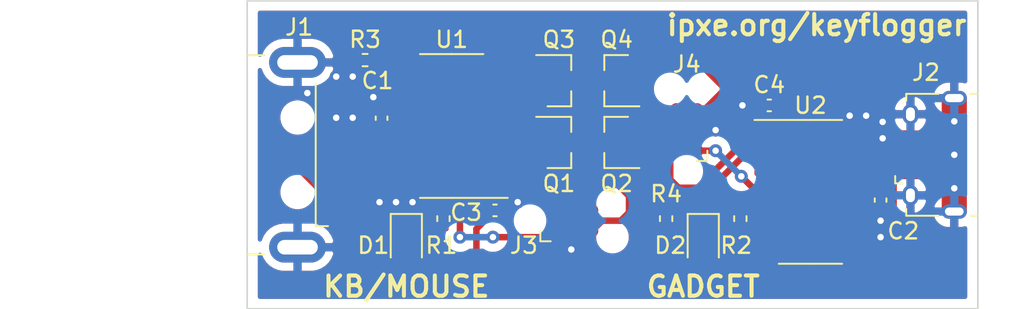
<source format=kicad_pcb>
(kicad_pcb (version 20171130) (host pcbnew 5.1.9-1.fc33)

  (general
    (thickness 1.6)
    (drawings 7)
    (tracks 221)
    (zones 0)
    (modules 20)
    (nets 24)
  )

  (page A4)
  (layers
    (0 F.Cu signal)
    (31 B.Cu signal)
    (32 B.Adhes user)
    (33 F.Adhes user)
    (34 B.Paste user)
    (35 F.Paste user)
    (36 B.SilkS user)
    (37 F.SilkS user)
    (38 B.Mask user)
    (39 F.Mask user)
    (40 Dwgs.User user)
    (41 Cmts.User user)
    (42 Eco1.User user)
    (43 Eco2.User user)
    (44 Edge.Cuts user)
    (45 Margin user)
    (46 B.CrtYd user)
    (47 F.CrtYd user)
    (48 B.Fab user)
    (49 F.Fab user)
  )

  (setup
    (last_trace_width 0.4)
    (user_trace_width 0.4)
    (user_trace_width 1)
    (trace_clearance 0.2)
    (zone_clearance 0.508)
    (zone_45_only no)
    (trace_min 0.2)
    (via_size 0.8)
    (via_drill 0.4)
    (via_min_size 0.4)
    (via_min_drill 0.3)
    (uvia_size 0.3)
    (uvia_drill 0.1)
    (uvias_allowed no)
    (uvia_min_size 0.2)
    (uvia_min_drill 0.1)
    (edge_width 0.1)
    (segment_width 0.2)
    (pcb_text_width 0.3)
    (pcb_text_size 1.5 1.5)
    (mod_edge_width 0.15)
    (mod_text_size 1 1)
    (mod_text_width 0.15)
    (pad_size 1.524 1.524)
    (pad_drill 0.762)
    (pad_to_mask_clearance 0)
    (aux_axis_origin 0 0)
    (visible_elements FFFFFF7F)
    (pcbplotparams
      (layerselection 0x010fc_ffffffff)
      (usegerberextensions false)
      (usegerberattributes true)
      (usegerberadvancedattributes true)
      (creategerberjobfile true)
      (excludeedgelayer true)
      (linewidth 0.100000)
      (plotframeref false)
      (viasonmask false)
      (mode 1)
      (useauxorigin false)
      (hpglpennumber 1)
      (hpglpenspeed 20)
      (hpglpendiameter 15.000000)
      (psnegative false)
      (psa4output false)
      (plotreference true)
      (plotvalue true)
      (plotinvisibletext false)
      (padsonsilk false)
      (subtractmaskfromsilk false)
      (outputformat 1)
      (mirror false)
      (drillshape 1)
      (scaleselection 1)
      (outputdirectory ""))
  )

  (net 0 "")
  (net 1 GND)
  (net 2 VDD1)
  (net 3 VDD2)
  (net 4 /USB1_D+)
  (net 5 /USB1_D-)
  (net 6 /USB2_D+)
  (net 7 /USB2_D-)
  (net 8 /SDA_ICSPCLK1)
  (net 9 /SCL_ICSPDAT1)
  (net 10 /SDA_ICSPCLK2)
  (net 11 /SCL_ICSPDAT2)
  (net 12 /SCL)
  (net 13 /I2C_EN1)
  (net 14 /I2C_EN2)
  (net 15 /SDA)
  (net 16 /VUSB1)
  (net 17 /VUSB2)
  (net 18 /LED1)
  (net 19 /LED2)
  (net 20 "Net-(D2-Pad1)")
  (net 21 "Net-(D1-Pad1)")
  (net 22 /~MCLR~_VPP1)
  (net 23 /~MCLR~_VPP2)

  (net_class Default "This is the default net class."
    (clearance 0.2)
    (trace_width 0.25)
    (via_dia 0.8)
    (via_drill 0.4)
    (uvia_dia 0.3)
    (uvia_drill 0.1)
    (add_net /I2C_EN1)
    (add_net /I2C_EN2)
    (add_net /LED1)
    (add_net /LED2)
    (add_net /SCL)
    (add_net /SCL_ICSPDAT1)
    (add_net /SCL_ICSPDAT2)
    (add_net /SDA)
    (add_net /SDA_ICSPCLK1)
    (add_net /SDA_ICSPCLK2)
    (add_net /USB1_D+)
    (add_net /USB1_D-)
    (add_net /USB2_D+)
    (add_net /USB2_D-)
    (add_net /VUSB1)
    (add_net /VUSB2)
    (add_net /~MCLR~_VPP1)
    (add_net /~MCLR~_VPP2)
    (add_net GND)
    (add_net "Net-(D1-Pad1)")
    (add_net "Net-(D2-Pad1)")
    (add_net VDD1)
    (add_net VDD2)
  )

  (module LED_SMD:LED_0805_2012Metric (layer F.Cu) (tedit 5F68FEF1) (tstamp 6044955C)
    (at 142.24 109.474 270)
    (descr "LED SMD 0805 (2012 Metric), square (rectangular) end terminal, IPC_7351 nominal, (Body size source: https://docs.google.com/spreadsheets/d/1BsfQQcO9C6DZCsRaXUlFlo91Tg2WpOkGARC1WS5S8t0/edit?usp=sharing), generated with kicad-footprint-generator")
    (tags LED)
    (path /603787CE)
    (attr smd)
    (fp_text reference D1 (at 0.254 2.032 180) (layer F.SilkS)
      (effects (font (size 1 1) (thickness 0.15)))
    )
    (fp_text value LED (at 0.254 2.413 180) (layer F.Fab)
      (effects (font (size 1 1) (thickness 0.15)))
    )
    (fp_line (start 1 -0.6) (end -0.7 -0.6) (layer F.Fab) (width 0.1))
    (fp_line (start -0.7 -0.6) (end -1 -0.3) (layer F.Fab) (width 0.1))
    (fp_line (start -1 -0.3) (end -1 0.6) (layer F.Fab) (width 0.1))
    (fp_line (start -1 0.6) (end 1 0.6) (layer F.Fab) (width 0.1))
    (fp_line (start 1 0.6) (end 1 -0.6) (layer F.Fab) (width 0.1))
    (fp_line (start 1 -0.96) (end -1.685 -0.96) (layer F.SilkS) (width 0.12))
    (fp_line (start -1.685 -0.96) (end -1.685 0.96) (layer F.SilkS) (width 0.12))
    (fp_line (start -1.685 0.96) (end 1 0.96) (layer F.SilkS) (width 0.12))
    (fp_line (start -1.68 0.95) (end -1.68 -0.95) (layer F.CrtYd) (width 0.05))
    (fp_line (start -1.68 -0.95) (end 1.68 -0.95) (layer F.CrtYd) (width 0.05))
    (fp_line (start 1.68 -0.95) (end 1.68 0.95) (layer F.CrtYd) (width 0.05))
    (fp_line (start 1.68 0.95) (end -1.68 0.95) (layer F.CrtYd) (width 0.05))
    (fp_text user %R (at 0 0 90) (layer F.Fab)
      (effects (font (size 0.5 0.5) (thickness 0.08)))
    )
    (pad 2 smd roundrect (at 0.9375 0 270) (size 0.975 1.4) (layers F.Cu F.Paste F.Mask) (roundrect_rratio 0.25)
      (net 2 VDD1))
    (pad 1 smd roundrect (at -0.9375 0 270) (size 0.975 1.4) (layers F.Cu F.Paste F.Mask) (roundrect_rratio 0.25)
      (net 21 "Net-(D1-Pad1)"))
    (model ${KISYS3DMOD}/LED_SMD.3dshapes/LED_0805_2012Metric.wrl
      (at (xyz 0 0 0))
      (scale (xyz 1 1 1))
      (rotate (xyz 0 0 0))
    )
  )

  (module Package_TO_SOT_SMD:SOT-23 (layer F.Cu) (tedit 5A02FF57) (tstamp 6044C80D)
    (at 155.194 103.378 180)
    (descr "SOT-23, Standard")
    (tags SOT-23)
    (path /603B789A)
    (attr smd)
    (fp_text reference Q2 (at 0 -2.54) (layer F.SilkS)
      (effects (font (size 1 1) (thickness 0.15)))
    )
    (fp_text value 2N7002 (at 1.778 -2.54 180) (layer F.Fab)
      (effects (font (size 1 1) (thickness 0.15)))
    )
    (fp_line (start -0.7 -0.95) (end -0.7 1.5) (layer F.Fab) (width 0.1))
    (fp_line (start -0.15 -1.52) (end 0.7 -1.52) (layer F.Fab) (width 0.1))
    (fp_line (start -0.7 -0.95) (end -0.15 -1.52) (layer F.Fab) (width 0.1))
    (fp_line (start 0.7 -1.52) (end 0.7 1.52) (layer F.Fab) (width 0.1))
    (fp_line (start -0.7 1.52) (end 0.7 1.52) (layer F.Fab) (width 0.1))
    (fp_line (start 0.76 1.58) (end 0.76 0.65) (layer F.SilkS) (width 0.12))
    (fp_line (start 0.76 -1.58) (end 0.76 -0.65) (layer F.SilkS) (width 0.12))
    (fp_line (start -1.7 -1.75) (end 1.7 -1.75) (layer F.CrtYd) (width 0.05))
    (fp_line (start 1.7 -1.75) (end 1.7 1.75) (layer F.CrtYd) (width 0.05))
    (fp_line (start 1.7 1.75) (end -1.7 1.75) (layer F.CrtYd) (width 0.05))
    (fp_line (start -1.7 1.75) (end -1.7 -1.75) (layer F.CrtYd) (width 0.05))
    (fp_line (start 0.76 -1.58) (end -1.4 -1.58) (layer F.SilkS) (width 0.12))
    (fp_line (start 0.76 1.58) (end -0.7 1.58) (layer F.SilkS) (width 0.12))
    (fp_text user %R (at 0 0 90) (layer F.Fab)
      (effects (font (size 0.5 0.5) (thickness 0.075)))
    )
    (pad 3 smd rect (at 1 0 180) (size 0.9 0.8) (layers F.Cu F.Paste F.Mask)
      (net 12 /SCL))
    (pad 2 smd rect (at -1 0.95 180) (size 0.9 0.8) (layers F.Cu F.Paste F.Mask)
      (net 11 /SCL_ICSPDAT2))
    (pad 1 smd rect (at -1 -0.95 180) (size 0.9 0.8) (layers F.Cu F.Paste F.Mask)
      (net 14 /I2C_EN2))
    (model ${KISYS3DMOD}/Package_TO_SOT_SMD.3dshapes/SOT-23.wrl
      (at (xyz 0 0 0))
      (scale (xyz 1 1 1))
      (rotate (xyz 0 0 0))
    )
  )

  (module Package_TO_SOT_SMD:SOT-23 (layer F.Cu) (tedit 5A02FF57) (tstamp 6044CA31)
    (at 151.638 99.568)
    (descr "SOT-23, Standard")
    (tags SOT-23)
    (path /603CD14D)
    (attr smd)
    (fp_text reference Q3 (at 0 -2.54) (layer F.SilkS)
      (effects (font (size 1 1) (thickness 0.15)))
    )
    (fp_text value 2N7002 (at 1.778 -2.54 180) (layer F.Fab)
      (effects (font (size 1 1) (thickness 0.15)))
    )
    (fp_line (start -0.7 -0.95) (end -0.7 1.5) (layer F.Fab) (width 0.1))
    (fp_line (start -0.15 -1.52) (end 0.7 -1.52) (layer F.Fab) (width 0.1))
    (fp_line (start -0.7 -0.95) (end -0.15 -1.52) (layer F.Fab) (width 0.1))
    (fp_line (start 0.7 -1.52) (end 0.7 1.52) (layer F.Fab) (width 0.1))
    (fp_line (start -0.7 1.52) (end 0.7 1.52) (layer F.Fab) (width 0.1))
    (fp_line (start 0.76 1.58) (end 0.76 0.65) (layer F.SilkS) (width 0.12))
    (fp_line (start 0.76 -1.58) (end 0.76 -0.65) (layer F.SilkS) (width 0.12))
    (fp_line (start -1.7 -1.75) (end 1.7 -1.75) (layer F.CrtYd) (width 0.05))
    (fp_line (start 1.7 -1.75) (end 1.7 1.75) (layer F.CrtYd) (width 0.05))
    (fp_line (start 1.7 1.75) (end -1.7 1.75) (layer F.CrtYd) (width 0.05))
    (fp_line (start -1.7 1.75) (end -1.7 -1.75) (layer F.CrtYd) (width 0.05))
    (fp_line (start 0.76 -1.58) (end -1.4 -1.58) (layer F.SilkS) (width 0.12))
    (fp_line (start 0.76 1.58) (end -0.7 1.58) (layer F.SilkS) (width 0.12))
    (fp_text user %R (at 0 0 90) (layer F.Fab)
      (effects (font (size 0.5 0.5) (thickness 0.075)))
    )
    (pad 3 smd rect (at 1 0) (size 0.9 0.8) (layers F.Cu F.Paste F.Mask)
      (net 15 /SDA))
    (pad 2 smd rect (at -1 0.95) (size 0.9 0.8) (layers F.Cu F.Paste F.Mask)
      (net 8 /SDA_ICSPCLK1))
    (pad 1 smd rect (at -1 -0.95) (size 0.9 0.8) (layers F.Cu F.Paste F.Mask)
      (net 13 /I2C_EN1))
    (model ${KISYS3DMOD}/Package_TO_SOT_SMD.3dshapes/SOT-23.wrl
      (at (xyz 0 0 0))
      (scale (xyz 1 1 1))
      (rotate (xyz 0 0 0))
    )
  )

  (module Resistor_SMD:R_0402_1005Metric (layer F.Cu) (tedit 5F68FEEE) (tstamp 60443CDE)
    (at 139.7 98.298 180)
    (descr "Resistor SMD 0402 (1005 Metric), square (rectangular) end terminal, IPC_7351 nominal, (Body size source: IPC-SM-782 page 72, https://www.pcb-3d.com/wordpress/wp-content/uploads/ipc-sm-782a_amendment_1_and_2.pdf), generated with kicad-footprint-generator")
    (tags resistor)
    (path /603A7947)
    (attr smd)
    (fp_text reference R3 (at 0 1.27) (layer F.SilkS)
      (effects (font (size 1 1) (thickness 0.15)))
    )
    (fp_text value 1M (at -0.762 -1.27) (layer F.Fab)
      (effects (font (size 1 1) (thickness 0.15)))
    )
    (fp_line (start 0.93 0.47) (end -0.93 0.47) (layer F.CrtYd) (width 0.05))
    (fp_line (start 0.93 -0.47) (end 0.93 0.47) (layer F.CrtYd) (width 0.05))
    (fp_line (start -0.93 -0.47) (end 0.93 -0.47) (layer F.CrtYd) (width 0.05))
    (fp_line (start -0.93 0.47) (end -0.93 -0.47) (layer F.CrtYd) (width 0.05))
    (fp_line (start -0.153641 0.38) (end 0.153641 0.38) (layer F.SilkS) (width 0.12))
    (fp_line (start -0.153641 -0.38) (end 0.153641 -0.38) (layer F.SilkS) (width 0.12))
    (fp_line (start 0.525 0.27) (end -0.525 0.27) (layer F.Fab) (width 0.1))
    (fp_line (start 0.525 -0.27) (end 0.525 0.27) (layer F.Fab) (width 0.1))
    (fp_line (start -0.525 -0.27) (end 0.525 -0.27) (layer F.Fab) (width 0.1))
    (fp_line (start -0.525 0.27) (end -0.525 -0.27) (layer F.Fab) (width 0.1))
    (fp_text user %R (at 0 0) (layer F.Fab)
      (effects (font (size 0.26 0.26) (thickness 0.04)))
    )
    (pad 2 smd roundrect (at 0.51 0 180) (size 0.54 0.64) (layers F.Cu F.Paste F.Mask) (roundrect_rratio 0.25)
      (net 1 GND))
    (pad 1 smd roundrect (at -0.51 0 180) (size 0.54 0.64) (layers F.Cu F.Paste F.Mask) (roundrect_rratio 0.25)
      (net 13 /I2C_EN1))
    (model ${KISYS3DMOD}/Resistor_SMD.3dshapes/R_0402_1005Metric.wrl
      (at (xyz 0 0 0))
      (scale (xyz 1 1 1))
      (rotate (xyz 0 0 0))
    )
  )

  (module Package_TO_SOT_SMD:SOT-23 (layer F.Cu) (tedit 5A02FF57) (tstamp 6044CA9F)
    (at 151.638 103.378)
    (descr "SOT-23, Standard")
    (tags SOT-23)
    (path /6039BE8E)
    (attr smd)
    (fp_text reference Q1 (at 0 2.54) (layer F.SilkS)
      (effects (font (size 1 1) (thickness 0.15)))
    )
    (fp_text value 2N7002 (at 1.778 2.54 180) (layer F.Fab)
      (effects (font (size 1 1) (thickness 0.15)))
    )
    (fp_line (start -0.7 -0.95) (end -0.7 1.5) (layer F.Fab) (width 0.1))
    (fp_line (start -0.15 -1.52) (end 0.7 -1.52) (layer F.Fab) (width 0.1))
    (fp_line (start -0.7 -0.95) (end -0.15 -1.52) (layer F.Fab) (width 0.1))
    (fp_line (start 0.7 -1.52) (end 0.7 1.52) (layer F.Fab) (width 0.1))
    (fp_line (start -0.7 1.52) (end 0.7 1.52) (layer F.Fab) (width 0.1))
    (fp_line (start 0.76 1.58) (end 0.76 0.65) (layer F.SilkS) (width 0.12))
    (fp_line (start 0.76 -1.58) (end 0.76 -0.65) (layer F.SilkS) (width 0.12))
    (fp_line (start -1.7 -1.75) (end 1.7 -1.75) (layer F.CrtYd) (width 0.05))
    (fp_line (start 1.7 -1.75) (end 1.7 1.75) (layer F.CrtYd) (width 0.05))
    (fp_line (start 1.7 1.75) (end -1.7 1.75) (layer F.CrtYd) (width 0.05))
    (fp_line (start -1.7 1.75) (end -1.7 -1.75) (layer F.CrtYd) (width 0.05))
    (fp_line (start 0.76 -1.58) (end -1.4 -1.58) (layer F.SilkS) (width 0.12))
    (fp_line (start 0.76 1.58) (end -0.7 1.58) (layer F.SilkS) (width 0.12))
    (fp_text user %R (at 0 0 90) (layer F.Fab)
      (effects (font (size 0.5 0.5) (thickness 0.075)))
    )
    (pad 3 smd rect (at 1 0) (size 0.9 0.8) (layers F.Cu F.Paste F.Mask)
      (net 12 /SCL))
    (pad 2 smd rect (at -1 0.95) (size 0.9 0.8) (layers F.Cu F.Paste F.Mask)
      (net 9 /SCL_ICSPDAT1))
    (pad 1 smd rect (at -1 -0.95) (size 0.9 0.8) (layers F.Cu F.Paste F.Mask)
      (net 13 /I2C_EN1))
    (model ${KISYS3DMOD}/Package_TO_SOT_SMD.3dshapes/SOT-23.wrl
      (at (xyz 0 0 0))
      (scale (xyz 1 1 1))
      (rotate (xyz 0 0 0))
    )
  )

  (module Capacitor_SMD:C_0402_1005Metric (layer F.Cu) (tedit 5F68FEEE) (tstamp 6038D7E0)
    (at 147.701 107.569)
    (descr "Capacitor SMD 0402 (1005 Metric), square (rectangular) end terminal, IPC_7351 nominal, (Body size source: IPC-SM-782 page 76, https://www.pcb-3d.com/wordpress/wp-content/uploads/ipc-sm-782a_amendment_1_and_2.pdf), generated with kicad-footprint-generator")
    (tags capacitor)
    (path /6036E100)
    (attr smd)
    (fp_text reference C3 (at -1.778 0.127) (layer F.SilkS)
      (effects (font (size 1 1) (thickness 0.15)))
    )
    (fp_text value 470n (at -0.127 1.143) (layer F.Fab)
      (effects (font (size 1 1) (thickness 0.15)))
    )
    (fp_line (start -0.5 0.25) (end -0.5 -0.25) (layer F.Fab) (width 0.1))
    (fp_line (start -0.5 -0.25) (end 0.5 -0.25) (layer F.Fab) (width 0.1))
    (fp_line (start 0.5 -0.25) (end 0.5 0.25) (layer F.Fab) (width 0.1))
    (fp_line (start 0.5 0.25) (end -0.5 0.25) (layer F.Fab) (width 0.1))
    (fp_line (start -0.107836 -0.36) (end 0.107836 -0.36) (layer F.SilkS) (width 0.12))
    (fp_line (start -0.107836 0.36) (end 0.107836 0.36) (layer F.SilkS) (width 0.12))
    (fp_line (start -0.91 0.46) (end -0.91 -0.46) (layer F.CrtYd) (width 0.05))
    (fp_line (start -0.91 -0.46) (end 0.91 -0.46) (layer F.CrtYd) (width 0.05))
    (fp_line (start 0.91 -0.46) (end 0.91 0.46) (layer F.CrtYd) (width 0.05))
    (fp_line (start 0.91 0.46) (end -0.91 0.46) (layer F.CrtYd) (width 0.05))
    (fp_text user %R (at 0 0) (layer F.Fab)
      (effects (font (size 0.25 0.25) (thickness 0.04)))
    )
    (pad 2 smd roundrect (at 0.48 0) (size 0.56 0.62) (layers F.Cu F.Paste F.Mask) (roundrect_rratio 0.25)
      (net 1 GND))
    (pad 1 smd roundrect (at -0.48 0) (size 0.56 0.62) (layers F.Cu F.Paste F.Mask) (roundrect_rratio 0.25)
      (net 2 VDD1))
    (model ${KISYS3DMOD}/Capacitor_SMD.3dshapes/C_0402_1005Metric.wrl
      (at (xyz 0 0 0))
      (scale (xyz 1 1 1))
      (rotate (xyz 0 0 0))
    )
  )

  (module Connector:Tag-Connect_TC2030-IDC-NL_2x03_P1.27mm_Vertical (layer F.Cu) (tedit 5A29CEA9) (tstamp 60394446)
    (at 152.4 108.204)
    (descr "Tag-Connect programming header; http://www.tag-connect.com/Materials/TC2030-IDC-NL.pdf")
    (tags "tag connect programming header pogo pins")
    (path /6036F92E)
    (attr virtual)
    (fp_text reference J3 (at -2.921 1.524) (layer F.SilkS)
      (effects (font (size 1 1) (thickness 0.15)))
    )
    (fp_text value Conn_PIC_ICSP_ICD (at 0 2.54) (layer F.Fab)
      (effects (font (size 0.5 0.5) (thickness 0.125)))
    )
    (fp_line (start -1.905 1.27) (end -1.905 0.635) (layer F.SilkS) (width 0.12))
    (fp_line (start -1.27 1.27) (end -1.905 1.27) (layer F.SilkS) (width 0.12))
    (fp_line (start -3.5 2) (end -3.5 -2) (layer F.CrtYd) (width 0.05))
    (fp_line (start 3.5 2) (end -3.5 2) (layer F.CrtYd) (width 0.05))
    (fp_line (start 3.5 -2) (end 3.5 2) (layer F.CrtYd) (width 0.05))
    (fp_line (start -3.5 -2) (end 3.5 -2) (layer F.CrtYd) (width 0.05))
    (fp_line (start -1.27 0.635) (end -1.27 -0.635) (layer Dwgs.User) (width 0.1))
    (fp_line (start 1.27 0.635) (end -1.27 0.635) (layer Dwgs.User) (width 0.1))
    (fp_line (start 1.27 -0.635) (end 1.27 0.635) (layer Dwgs.User) (width 0.1))
    (fp_line (start -1.27 -0.635) (end 1.27 -0.635) (layer Dwgs.User) (width 0.1))
    (fp_line (start -1.27 0.635) (end 0 -0.635) (layer Dwgs.User) (width 0.1))
    (fp_line (start -1.27 0) (end -0.635 -0.635) (layer Dwgs.User) (width 0.1))
    (fp_line (start -0.635 0.635) (end 0.635 -0.635) (layer Dwgs.User) (width 0.1))
    (fp_line (start 0 0.635) (end 1.27 -0.635) (layer Dwgs.User) (width 0.1))
    (fp_line (start 0.635 0.635) (end 1.27 0) (layer Dwgs.User) (width 0.1))
    (fp_text user KEEPOUT (at 0 0) (layer Cmts.User)
      (effects (font (size 0.4 0.4) (thickness 0.07)))
    )
    (fp_text user %R (at 0 0) (layer F.Fab)
      (effects (font (size 1 1) (thickness 0.15)))
    )
    (pad 6 connect circle (at 1.27 -0.635) (size 0.7874 0.7874) (layers F.Cu F.Mask))
    (pad 5 connect circle (at 1.27 0.635) (size 0.7874 0.7874) (layers F.Cu F.Mask)
      (net 8 /SDA_ICSPCLK1))
    (pad 4 connect circle (at 0 -0.635) (size 0.7874 0.7874) (layers F.Cu F.Mask)
      (net 9 /SCL_ICSPDAT1))
    (pad 3 connect circle (at 0 0.635) (size 0.7874 0.7874) (layers F.Cu F.Mask)
      (net 1 GND))
    (pad 2 connect circle (at -1.27 -0.635) (size 0.7874 0.7874) (layers F.Cu F.Mask)
      (net 2 VDD1))
    (pad 1 connect circle (at -1.27 0.635) (size 0.7874 0.7874) (layers F.Cu F.Mask)
      (net 22 /~MCLR~_VPP1))
    (pad "" np_thru_hole circle (at -2.54 0) (size 0.9906 0.9906) (drill 0.9906) (layers *.Cu *.Mask))
    (pad "" np_thru_hole circle (at 2.54 1.016) (size 0.9906 0.9906) (drill 0.9906) (layers *.Cu *.Mask))
    (pad "" np_thru_hole circle (at 2.54 -1.016) (size 0.9906 0.9906) (drill 0.9906) (layers *.Cu *.Mask))
  )

  (module Connector:Tag-Connect_TC2030-IDC-NL_2x03_P1.27mm_Vertical (layer F.Cu) (tedit 5A29CEA9) (tstamp 6044C774)
    (at 159.512 102.616 90)
    (descr "Tag-Connect programming header; http://www.tag-connect.com/Materials/TC2030-IDC-NL.pdf")
    (tags "tag connect programming header pogo pins")
    (path /604489A2)
    (attr virtual)
    (fp_text reference J4 (at 4.064 0 180) (layer F.SilkS)
      (effects (font (size 1 1) (thickness 0.15)))
    )
    (fp_text value Conn_PIC_ICSP_ICD (at 3.937 0 180) (layer F.Fab)
      (effects (font (size 0.5 0.5) (thickness 0.125)))
    )
    (fp_line (start -1.905 1.27) (end -1.905 0.635) (layer F.SilkS) (width 0.12))
    (fp_line (start -1.27 1.27) (end -1.905 1.27) (layer F.SilkS) (width 0.12))
    (fp_line (start -3.5 2) (end -3.5 -2) (layer F.CrtYd) (width 0.05))
    (fp_line (start 3.5 2) (end -3.5 2) (layer F.CrtYd) (width 0.05))
    (fp_line (start 3.5 -2) (end 3.5 2) (layer F.CrtYd) (width 0.05))
    (fp_line (start -3.5 -2) (end 3.5 -2) (layer F.CrtYd) (width 0.05))
    (fp_line (start -1.27 0.635) (end -1.27 -0.635) (layer Dwgs.User) (width 0.1))
    (fp_line (start 1.27 0.635) (end -1.27 0.635) (layer Dwgs.User) (width 0.1))
    (fp_line (start 1.27 -0.635) (end 1.27 0.635) (layer Dwgs.User) (width 0.1))
    (fp_line (start -1.27 -0.635) (end 1.27 -0.635) (layer Dwgs.User) (width 0.1))
    (fp_line (start -1.27 0.635) (end 0 -0.635) (layer Dwgs.User) (width 0.1))
    (fp_line (start -1.27 0) (end -0.635 -0.635) (layer Dwgs.User) (width 0.1))
    (fp_line (start -0.635 0.635) (end 0.635 -0.635) (layer Dwgs.User) (width 0.1))
    (fp_line (start 0 0.635) (end 1.27 -0.635) (layer Dwgs.User) (width 0.1))
    (fp_line (start 0.635 0.635) (end 1.27 0) (layer Dwgs.User) (width 0.1))
    (fp_text user KEEPOUT (at 0 0 90) (layer Cmts.User)
      (effects (font (size 0.4 0.4) (thickness 0.07)))
    )
    (fp_text user %R (at 0 0 90) (layer F.Fab)
      (effects (font (size 1 1) (thickness 0.15)))
    )
    (pad 6 connect circle (at 1.27 -0.635 90) (size 0.7874 0.7874) (layers F.Cu F.Mask))
    (pad 5 connect circle (at 1.27 0.635 90) (size 0.7874 0.7874) (layers F.Cu F.Mask)
      (net 10 /SDA_ICSPCLK2))
    (pad 4 connect circle (at 0 -0.635 90) (size 0.7874 0.7874) (layers F.Cu F.Mask)
      (net 11 /SCL_ICSPDAT2))
    (pad 3 connect circle (at 0 0.635 90) (size 0.7874 0.7874) (layers F.Cu F.Mask)
      (net 1 GND))
    (pad 2 connect circle (at -1.27 -0.635 90) (size 0.7874 0.7874) (layers F.Cu F.Mask)
      (net 3 VDD2))
    (pad 1 connect circle (at -1.27 0.635 90) (size 0.7874 0.7874) (layers F.Cu F.Mask)
      (net 23 /~MCLR~_VPP2))
    (pad "" np_thru_hole circle (at -2.54 0 90) (size 0.9906 0.9906) (drill 0.9906) (layers *.Cu *.Mask))
    (pad "" np_thru_hole circle (at 2.54 1.016 90) (size 0.9906 0.9906) (drill 0.9906) (layers *.Cu *.Mask))
    (pad "" np_thru_hole circle (at 2.54 -1.016 90) (size 0.9906 0.9906) (drill 0.9906) (layers *.Cu *.Mask))
  )

  (module Resistor_SMD:R_0402_1005Metric (layer F.Cu) (tedit 5F68FEEE) (tstamp 6039494A)
    (at 158.242 108.077 270)
    (descr "Resistor SMD 0402 (1005 Metric), square (rectangular) end terminal, IPC_7351 nominal, (Body size source: IPC-SM-782 page 72, https://www.pcb-3d.com/wordpress/wp-content/uploads/ipc-sm-782a_amendment_1_and_2.pdf), generated with kicad-footprint-generator")
    (tags resistor)
    (path /603B9288)
    (attr smd)
    (fp_text reference R4 (at -1.524 0) (layer F.SilkS)
      (effects (font (size 1 1) (thickness 0.15)))
    )
    (fp_text value 1M (at -1.524 0 180) (layer F.Fab)
      (effects (font (size 1 1) (thickness 0.15)))
    )
    (fp_line (start 0.93 0.47) (end -0.93 0.47) (layer F.CrtYd) (width 0.05))
    (fp_line (start 0.93 -0.47) (end 0.93 0.47) (layer F.CrtYd) (width 0.05))
    (fp_line (start -0.93 -0.47) (end 0.93 -0.47) (layer F.CrtYd) (width 0.05))
    (fp_line (start -0.93 0.47) (end -0.93 -0.47) (layer F.CrtYd) (width 0.05))
    (fp_line (start -0.153641 0.38) (end 0.153641 0.38) (layer F.SilkS) (width 0.12))
    (fp_line (start -0.153641 -0.38) (end 0.153641 -0.38) (layer F.SilkS) (width 0.12))
    (fp_line (start 0.525 0.27) (end -0.525 0.27) (layer F.Fab) (width 0.1))
    (fp_line (start 0.525 -0.27) (end 0.525 0.27) (layer F.Fab) (width 0.1))
    (fp_line (start -0.525 -0.27) (end 0.525 -0.27) (layer F.Fab) (width 0.1))
    (fp_line (start -0.525 0.27) (end -0.525 -0.27) (layer F.Fab) (width 0.1))
    (fp_text user %R (at 0 0 90) (layer F.Fab)
      (effects (font (size 0.26 0.26) (thickness 0.04)))
    )
    (pad 2 smd roundrect (at 0.51 0 270) (size 0.54 0.64) (layers F.Cu F.Paste F.Mask) (roundrect_rratio 0.25)
      (net 1 GND))
    (pad 1 smd roundrect (at -0.51 0 270) (size 0.54 0.64) (layers F.Cu F.Paste F.Mask) (roundrect_rratio 0.25)
      (net 14 /I2C_EN2))
    (model ${KISYS3DMOD}/Resistor_SMD.3dshapes/R_0402_1005Metric.wrl
      (at (xyz 0 0 0))
      (scale (xyz 1 1 1))
      (rotate (xyz 0 0 0))
    )
  )

  (module Capacitor_SMD:C_0402_1005Metric (layer F.Cu) (tedit 5F68FEEE) (tstamp 603953FB)
    (at 140.716 101.882 90)
    (descr "Capacitor SMD 0402 (1005 Metric), square (rectangular) end terminal, IPC_7351 nominal, (Body size source: IPC-SM-782 page 76, https://www.pcb-3d.com/wordpress/wp-content/uploads/ipc-sm-782a_amendment_1_and_2.pdf), generated with kicad-footprint-generator")
    (tags capacitor)
    (path /60372C1D)
    (attr smd)
    (fp_text reference C1 (at 2.314 -0.254 180) (layer F.SilkS)
      (effects (font (size 1 1) (thickness 0.15)))
    )
    (fp_text value 470n (at 0.028 -2.286 180) (layer F.Fab)
      (effects (font (size 1 1) (thickness 0.15)))
    )
    (fp_line (start -0.5 0.25) (end -0.5 -0.25) (layer F.Fab) (width 0.1))
    (fp_line (start -0.5 -0.25) (end 0.5 -0.25) (layer F.Fab) (width 0.1))
    (fp_line (start 0.5 -0.25) (end 0.5 0.25) (layer F.Fab) (width 0.1))
    (fp_line (start 0.5 0.25) (end -0.5 0.25) (layer F.Fab) (width 0.1))
    (fp_line (start -0.107836 -0.36) (end 0.107836 -0.36) (layer F.SilkS) (width 0.12))
    (fp_line (start -0.107836 0.36) (end 0.107836 0.36) (layer F.SilkS) (width 0.12))
    (fp_line (start -0.91 0.46) (end -0.91 -0.46) (layer F.CrtYd) (width 0.05))
    (fp_line (start -0.91 -0.46) (end 0.91 -0.46) (layer F.CrtYd) (width 0.05))
    (fp_line (start 0.91 -0.46) (end 0.91 0.46) (layer F.CrtYd) (width 0.05))
    (fp_line (start 0.91 0.46) (end -0.91 0.46) (layer F.CrtYd) (width 0.05))
    (fp_text user %R (at 0 0 90) (layer F.Fab)
      (effects (font (size 0.25 0.25) (thickness 0.04)))
    )
    (pad 2 smd roundrect (at 0.48 0 90) (size 0.56 0.62) (layers F.Cu F.Paste F.Mask) (roundrect_rratio 0.25)
      (net 1 GND))
    (pad 1 smd roundrect (at -0.48 0 90) (size 0.56 0.62) (layers F.Cu F.Paste F.Mask) (roundrect_rratio 0.25)
      (net 16 /VUSB1))
    (model ${KISYS3DMOD}/Capacitor_SMD.3dshapes/C_0402_1005Metric.wrl
      (at (xyz 0 0 0))
      (scale (xyz 1 1 1))
      (rotate (xyz 0 0 0))
    )
  )

  (module Connector_USB:USB_A_CNCTech_1001-011-01101_Horizontal locked (layer F.Cu) (tedit 5E754393) (tstamp 60395188)
    (at 128.64 104.14 180)
    (descr "USB type A Plug, Horizontal, http://cnctech.us/pdfs/1001-011-01101.pdf")
    (tags USB-A)
    (path /6051C542)
    (attr smd)
    (fp_text reference J1 (at -6.996 7.874) (layer F.SilkS)
      (effects (font (size 1 1) (thickness 0.15)))
    )
    (fp_text value USB_A (at 0 8 180) (layer F.Fab)
      (effects (font (size 1 1) (thickness 0.15)))
    )
    (fp_line (start -7.9 6.025) (end -7.9 -6.025) (layer F.Fab) (width 0.1))
    (fp_line (start -7.9 -6.025) (end 10.9 -6.025) (layer F.Fab) (width 0.1))
    (fp_line (start -7.9 6.025) (end 10.9 6.025) (layer F.Fab) (width 0.1))
    (fp_line (start 10.9 6.025) (end 10.9 -6.025) (layer F.Fab) (width 0.1))
    (fp_line (start -10.4 3.75) (end -10.4 3.25) (layer F.Fab) (width 0.1))
    (fp_line (start -10.4 3.25) (end -7.9 3.25) (layer F.Fab) (width 0.1))
    (fp_line (start -10.4 3.75) (end -7.9 3.75) (layer F.Fab) (width 0.1))
    (fp_line (start -10.4 0.75) (end -7.9 0.75) (layer F.Fab) (width 0.1))
    (fp_line (start -10.4 1.25) (end -10.4 0.75) (layer F.Fab) (width 0.1))
    (fp_line (start -10.4 1.25) (end -7.9 1.25) (layer F.Fab) (width 0.1))
    (fp_line (start -10.4 -0.75) (end -10.4 -1.25) (layer F.Fab) (width 0.1))
    (fp_line (start -10.4 -0.75) (end -7.9 -0.75) (layer F.Fab) (width 0.1))
    (fp_line (start -10.4 -1.25) (end -7.9 -1.25) (layer F.Fab) (width 0.1))
    (fp_line (start -10.4 -3.75) (end -7.9 -3.75) (layer F.Fab) (width 0.1))
    (fp_line (start -10.4 -3.25) (end -10.4 -3.75) (layer F.Fab) (width 0.1))
    (fp_line (start -10.4 -3.25) (end -7.9 -3.25) (layer F.Fab) (width 0.1))
    (fp_circle (center -6.9 -2.3) (end -6.9 -2.8) (layer F.Fab) (width 0.1))
    (fp_circle (center -6.9 2.3) (end -6.9 2.8) (layer F.Fab) (width 0.1))
    (fp_line (start -8.02 -4.4) (end -8.02 4.4) (layer F.SilkS) (width 0.12))
    (fp_line (start -3.8 6.025) (end -3.8 -6.025) (layer Dwgs.User) (width 0.1))
    (fp_line (start -4.85 -6.145) (end -3.8 -6.145) (layer F.SilkS) (width 0.12))
    (fp_line (start -4.85 6.145) (end -3.8 6.145) (layer F.SilkS) (width 0.12))
    (fp_line (start -11.4 4.55) (end -11.4 -4.55) (layer F.CrtYd) (width 0.05))
    (fp_line (start -11.4 -4.55) (end -9.15 -4.55) (layer F.CrtYd) (width 0.05))
    (fp_line (start -9.15 -7.15) (end -9.15 -4.55) (layer F.CrtYd) (width 0.05))
    (fp_line (start -9.15 -7.15) (end -4.65 -7.15) (layer F.CrtYd) (width 0.05))
    (fp_line (start -4.65 -6.52) (end -4.65 -7.15) (layer F.CrtYd) (width 0.05))
    (fp_line (start -4.65 -6.52) (end 11.4 -6.52) (layer F.CrtYd) (width 0.05))
    (fp_line (start 11.4 6.52) (end 11.4 -6.52) (layer F.CrtYd) (width 0.05))
    (fp_line (start -4.65 6.52) (end 11.4 6.52) (layer F.CrtYd) (width 0.05))
    (fp_line (start -4.65 7.15) (end -4.65 6.52) (layer F.CrtYd) (width 0.05))
    (fp_line (start -9.15 7.15) (end -4.65 7.15) (layer F.CrtYd) (width 0.05))
    (fp_line (start -9.15 4.55) (end -9.15 7.15) (layer F.CrtYd) (width 0.05))
    (fp_line (start -11.4 4.55) (end -9.15 4.55) (layer F.CrtYd) (width 0.05))
    (fp_line (start -8.02 -4.4) (end -8.775 -4.4) (layer F.SilkS) (width 0.12))
    (fp_line (start -7.75 -3.5) (end -7.25 -3) (layer F.Fab) (width 0.1))
    (fp_line (start -7.75 -3.5) (end -7.25 -4) (layer F.Fab) (width 0.1))
    (fp_line (start -7.25 -4) (end -7.25 -3.05) (layer F.Fab) (width 0.1))
    (fp_text user %R (at -6 0 90) (layer F.Fab)
      (effects (font (size 1 1) (thickness 0.15)))
    )
    (fp_text user "PCB Edge" (at -4.55 -0.05 90) (layer Dwgs.User)
      (effects (font (size 0.6 0.6) (thickness 0.09)))
    )
    (pad "" np_thru_hole circle (at -6.9 2.3 180) (size 1.1 1.1) (drill 1.1) (layers *.Cu *.Mask))
    (pad "" np_thru_hole circle (at -6.9 -2.3 180) (size 1.1 1.1) (drill 1.1) (layers *.Cu *.Mask))
    (pad 5 thru_hole oval (at -6.9 5.7 180) (size 3.5 1.9) (drill oval 2.5 0.9) (layers *.Cu *.Mask)
      (net 1 GND))
    (pad 5 thru_hole oval (at -6.9 -5.7 180) (size 3.5 1.9) (drill oval 2.5 0.9) (layers *.Cu *.Mask)
      (net 1 GND))
    (pad 4 smd rect (at -9.65 3.5 180) (size 2.5 1.1) (layers F.Cu F.Paste F.Mask)
      (net 1 GND))
    (pad 1 smd rect (at -9.65 -3.5 180) (size 2.5 1.1) (layers F.Cu F.Paste F.Mask)
      (net 2 VDD1))
    (pad 3 smd rect (at -9.65 1 180) (size 2.5 1.1) (layers F.Cu F.Paste F.Mask)
      (net 4 /USB1_D+))
    (pad 2 smd rect (at -9.65 -1 180) (size 2.5 1.1) (layers F.Cu F.Paste F.Mask)
      (net 5 /USB1_D-))
    (model ${KISYS3DMOD}/Connector_USB.3dshapes/USB_A_CNCTech_1001-011-01101_Horizontal.wrl
      (at (xyz 0 0 0))
      (scale (xyz 1 1 1))
      (rotate (xyz 0 0 0))
    )
  )

  (module Package_SO:SOIC-14_3.9x8.7mm_P1.27mm (layer F.Cu) (tedit 5D9F72B1) (tstamp 60395347)
    (at 145.034 102.362 180)
    (descr "SOIC, 14 Pin (JEDEC MS-012AB, https://www.analog.com/media/en/package-pcb-resources/package/pkg_pdf/soic_narrow-r/r_14.pdf), generated with kicad-footprint-generator ipc_gullwing_generator.py")
    (tags "SOIC SO")
    (path /60365657)
    (attr smd)
    (fp_text reference U1 (at 0 5.334) (layer F.SilkS)
      (effects (font (size 1 1) (thickness 0.15)))
    )
    (fp_text value PIC16F1454-IP (at 1.016 5.334) (layer F.Fab)
      (effects (font (size 1 1) (thickness 0.15)))
    )
    (fp_line (start 3.7 -4.58) (end -3.7 -4.58) (layer F.CrtYd) (width 0.05))
    (fp_line (start 3.7 4.58) (end 3.7 -4.58) (layer F.CrtYd) (width 0.05))
    (fp_line (start -3.7 4.58) (end 3.7 4.58) (layer F.CrtYd) (width 0.05))
    (fp_line (start -3.7 -4.58) (end -3.7 4.58) (layer F.CrtYd) (width 0.05))
    (fp_line (start -1.95 -3.35) (end -0.975 -4.325) (layer F.Fab) (width 0.1))
    (fp_line (start -1.95 4.325) (end -1.95 -3.35) (layer F.Fab) (width 0.1))
    (fp_line (start 1.95 4.325) (end -1.95 4.325) (layer F.Fab) (width 0.1))
    (fp_line (start 1.95 -4.325) (end 1.95 4.325) (layer F.Fab) (width 0.1))
    (fp_line (start -0.975 -4.325) (end 1.95 -4.325) (layer F.Fab) (width 0.1))
    (fp_line (start 0 -4.435) (end -3.45 -4.435) (layer F.SilkS) (width 0.12))
    (fp_line (start 0 -4.435) (end 1.95 -4.435) (layer F.SilkS) (width 0.12))
    (fp_line (start 0 4.435) (end -1.95 4.435) (layer F.SilkS) (width 0.12))
    (fp_line (start 0 4.435) (end 1.95 4.435) (layer F.SilkS) (width 0.12))
    (fp_text user %R (at 0 0) (layer F.Fab)
      (effects (font (size 0.98 0.98) (thickness 0.15)))
    )
    (pad 1 smd roundrect (at -2.475 -3.81 180) (size 1.95 0.6) (layers F.Cu F.Paste F.Mask) (roundrect_rratio 0.25)
      (net 2 VDD1))
    (pad 2 smd roundrect (at -2.475 -2.54 180) (size 1.95 0.6) (layers F.Cu F.Paste F.Mask) (roundrect_rratio 0.25))
    (pad 3 smd roundrect (at -2.475 -1.27 180) (size 1.95 0.6) (layers F.Cu F.Paste F.Mask) (roundrect_rratio 0.25))
    (pad 4 smd roundrect (at -2.475 0 180) (size 1.95 0.6) (layers F.Cu F.Paste F.Mask) (roundrect_rratio 0.25)
      (net 22 /~MCLR~_VPP1))
    (pad 5 smd roundrect (at -2.475 1.27 180) (size 1.95 0.6) (layers F.Cu F.Paste F.Mask) (roundrect_rratio 0.25)
      (net 18 /LED1))
    (pad 6 smd roundrect (at -2.475 2.54 180) (size 1.95 0.6) (layers F.Cu F.Paste F.Mask) (roundrect_rratio 0.25))
    (pad 7 smd roundrect (at -2.475 3.81 180) (size 1.95 0.6) (layers F.Cu F.Paste F.Mask) (roundrect_rratio 0.25))
    (pad 8 smd roundrect (at 2.475 3.81 180) (size 1.95 0.6) (layers F.Cu F.Paste F.Mask) (roundrect_rratio 0.25)
      (net 13 /I2C_EN1))
    (pad 9 smd roundrect (at 2.475 2.54 180) (size 1.95 0.6) (layers F.Cu F.Paste F.Mask) (roundrect_rratio 0.25)
      (net 8 /SDA_ICSPCLK1))
    (pad 10 smd roundrect (at 2.475 1.27 180) (size 1.95 0.6) (layers F.Cu F.Paste F.Mask) (roundrect_rratio 0.25)
      (net 9 /SCL_ICSPDAT1))
    (pad 11 smd roundrect (at 2.475 0 180) (size 1.95 0.6) (layers F.Cu F.Paste F.Mask) (roundrect_rratio 0.25)
      (net 16 /VUSB1))
    (pad 12 smd roundrect (at 2.475 -1.27 180) (size 1.95 0.6) (layers F.Cu F.Paste F.Mask) (roundrect_rratio 0.25)
      (net 5 /USB1_D-))
    (pad 13 smd roundrect (at 2.475 -2.54 180) (size 1.95 0.6) (layers F.Cu F.Paste F.Mask) (roundrect_rratio 0.25)
      (net 4 /USB1_D+))
    (pad 14 smd roundrect (at 2.475 -3.81 180) (size 1.95 0.6) (layers F.Cu F.Paste F.Mask) (roundrect_rratio 0.25)
      (net 1 GND))
    (model ${KISYS3DMOD}/Package_SO.3dshapes/SOIC-14_3.9x8.7mm_P1.27mm.wrl
      (at (xyz 0 0 0))
      (scale (xyz 1 1 1))
      (rotate (xyz 0 0 0))
    )
  )

  (module Package_SO:SOIC-14_3.9x8.7mm_P1.27mm (layer F.Cu) (tedit 5D9F72B1) (tstamp 60391D44)
    (at 167.132 106.426)
    (descr "SOIC, 14 Pin (JEDEC MS-012AB, https://www.analog.com/media/en/package-pcb-resources/package/pkg_pdf/soic_narrow-r/r_14.pdf), generated with kicad-footprint-generator ipc_gullwing_generator.py")
    (tags "SOIC SO")
    (path /60392DFE)
    (attr smd)
    (fp_text reference U2 (at 0 -5.334) (layer F.SilkS)
      (effects (font (size 1 1) (thickness 0.15)))
    )
    (fp_text value PIC16F1454-IP (at 2.286 5.334) (layer F.Fab)
      (effects (font (size 1 1) (thickness 0.15)))
    )
    (fp_line (start 0 4.435) (end 1.95 4.435) (layer F.SilkS) (width 0.12))
    (fp_line (start 0 4.435) (end -1.95 4.435) (layer F.SilkS) (width 0.12))
    (fp_line (start 0 -4.435) (end 1.95 -4.435) (layer F.SilkS) (width 0.12))
    (fp_line (start 0 -4.435) (end -3.45 -4.435) (layer F.SilkS) (width 0.12))
    (fp_line (start -0.975 -4.325) (end 1.95 -4.325) (layer F.Fab) (width 0.1))
    (fp_line (start 1.95 -4.325) (end 1.95 4.325) (layer F.Fab) (width 0.1))
    (fp_line (start 1.95 4.325) (end -1.95 4.325) (layer F.Fab) (width 0.1))
    (fp_line (start -1.95 4.325) (end -1.95 -3.35) (layer F.Fab) (width 0.1))
    (fp_line (start -1.95 -3.35) (end -0.975 -4.325) (layer F.Fab) (width 0.1))
    (fp_line (start -3.7 -4.58) (end -3.7 4.58) (layer F.CrtYd) (width 0.05))
    (fp_line (start -3.7 4.58) (end 3.7 4.58) (layer F.CrtYd) (width 0.05))
    (fp_line (start 3.7 4.58) (end 3.7 -4.58) (layer F.CrtYd) (width 0.05))
    (fp_line (start 3.7 -4.58) (end -3.7 -4.58) (layer F.CrtYd) (width 0.05))
    (fp_text user %R (at 0 0) (layer F.Fab)
      (effects (font (size 0.98 0.98) (thickness 0.15)))
    )
    (pad 14 smd roundrect (at 2.475 -3.81) (size 1.95 0.6) (layers F.Cu F.Paste F.Mask) (roundrect_rratio 0.25)
      (net 1 GND))
    (pad 13 smd roundrect (at 2.475 -2.54) (size 1.95 0.6) (layers F.Cu F.Paste F.Mask) (roundrect_rratio 0.25)
      (net 6 /USB2_D+))
    (pad 12 smd roundrect (at 2.475 -1.27) (size 1.95 0.6) (layers F.Cu F.Paste F.Mask) (roundrect_rratio 0.25)
      (net 7 /USB2_D-))
    (pad 11 smd roundrect (at 2.475 0) (size 1.95 0.6) (layers F.Cu F.Paste F.Mask) (roundrect_rratio 0.25)
      (net 17 /VUSB2))
    (pad 10 smd roundrect (at 2.475 1.27) (size 1.95 0.6) (layers F.Cu F.Paste F.Mask) (roundrect_rratio 0.25)
      (net 11 /SCL_ICSPDAT2))
    (pad 9 smd roundrect (at 2.475 2.54) (size 1.95 0.6) (layers F.Cu F.Paste F.Mask) (roundrect_rratio 0.25)
      (net 10 /SDA_ICSPCLK2))
    (pad 8 smd roundrect (at 2.475 3.81) (size 1.95 0.6) (layers F.Cu F.Paste F.Mask) (roundrect_rratio 0.25))
    (pad 7 smd roundrect (at -2.475 3.81) (size 1.95 0.6) (layers F.Cu F.Paste F.Mask) (roundrect_rratio 0.25))
    (pad 6 smd roundrect (at -2.475 2.54) (size 1.95 0.6) (layers F.Cu F.Paste F.Mask) (roundrect_rratio 0.25))
    (pad 5 smd roundrect (at -2.475 1.27) (size 1.95 0.6) (layers F.Cu F.Paste F.Mask) (roundrect_rratio 0.25)
      (net 19 /LED2))
    (pad 4 smd roundrect (at -2.475 0) (size 1.95 0.6) (layers F.Cu F.Paste F.Mask) (roundrect_rratio 0.25)
      (net 23 /~MCLR~_VPP2))
    (pad 3 smd roundrect (at -2.475 -1.27) (size 1.95 0.6) (layers F.Cu F.Paste F.Mask) (roundrect_rratio 0.25))
    (pad 2 smd roundrect (at -2.475 -2.54) (size 1.95 0.6) (layers F.Cu F.Paste F.Mask) (roundrect_rratio 0.25)
      (net 14 /I2C_EN2))
    (pad 1 smd roundrect (at -2.475 -3.81) (size 1.95 0.6) (layers F.Cu F.Paste F.Mask) (roundrect_rratio 0.25)
      (net 3 VDD2))
    (model ${KISYS3DMOD}/Package_SO.3dshapes/SOIC-14_3.9x8.7mm_P1.27mm.wrl
      (at (xyz 0 0 0))
      (scale (xyz 1 1 1))
      (rotate (xyz 0 0 0))
    )
  )

  (module Resistor_SMD:R_0402_1005Metric (layer F.Cu) (tedit 5F68FEEE) (tstamp 6044D025)
    (at 162.814 108.077 90)
    (descr "Resistor SMD 0402 (1005 Metric), square (rectangular) end terminal, IPC_7351 nominal, (Body size source: IPC-SM-782 page 72, https://www.pcb-3d.com/wordpress/wp-content/uploads/ipc-sm-782a_amendment_1_and_2.pdf), generated with kicad-footprint-generator")
    (tags resistor)
    (path /6038F32F)
    (attr smd)
    (fp_text reference R2 (at -1.651 -0.254) (layer F.SilkS)
      (effects (font (size 1 1) (thickness 0.15)))
    )
    (fp_text value 1K5 (at 1.524 -0.635 180) (layer F.Fab)
      (effects (font (size 1 1) (thickness 0.15)))
    )
    (fp_line (start -0.525 0.27) (end -0.525 -0.27) (layer F.Fab) (width 0.1))
    (fp_line (start -0.525 -0.27) (end 0.525 -0.27) (layer F.Fab) (width 0.1))
    (fp_line (start 0.525 -0.27) (end 0.525 0.27) (layer F.Fab) (width 0.1))
    (fp_line (start 0.525 0.27) (end -0.525 0.27) (layer F.Fab) (width 0.1))
    (fp_line (start -0.153641 -0.38) (end 0.153641 -0.38) (layer F.SilkS) (width 0.12))
    (fp_line (start -0.153641 0.38) (end 0.153641 0.38) (layer F.SilkS) (width 0.12))
    (fp_line (start -0.93 0.47) (end -0.93 -0.47) (layer F.CrtYd) (width 0.05))
    (fp_line (start -0.93 -0.47) (end 0.93 -0.47) (layer F.CrtYd) (width 0.05))
    (fp_line (start 0.93 -0.47) (end 0.93 0.47) (layer F.CrtYd) (width 0.05))
    (fp_line (start 0.93 0.47) (end -0.93 0.47) (layer F.CrtYd) (width 0.05))
    (fp_text user %R (at 0 0 90) (layer F.Fab)
      (effects (font (size 0.26 0.26) (thickness 0.04)))
    )
    (pad 2 smd roundrect (at 0.51 0 90) (size 0.54 0.64) (layers F.Cu F.Paste F.Mask) (roundrect_rratio 0.25)
      (net 19 /LED2))
    (pad 1 smd roundrect (at -0.51 0 90) (size 0.54 0.64) (layers F.Cu F.Paste F.Mask) (roundrect_rratio 0.25)
      (net 20 "Net-(D2-Pad1)"))
    (model ${KISYS3DMOD}/Resistor_SMD.3dshapes/R_0402_1005Metric.wrl
      (at (xyz 0 0 0))
      (scale (xyz 1 1 1))
      (rotate (xyz 0 0 0))
    )
  )

  (module Resistor_SMD:R_0402_1005Metric (layer F.Cu) (tedit 5F68FEEE) (tstamp 60442F69)
    (at 144.526 108.077 90)
    (descr "Resistor SMD 0402 (1005 Metric), square (rectangular) end terminal, IPC_7351 nominal, (Body size source: IPC-SM-782 page 72, https://www.pcb-3d.com/wordpress/wp-content/uploads/ipc-sm-782a_amendment_1_and_2.pdf), generated with kicad-footprint-generator")
    (tags resistor)
    (path /6037A5C4)
    (attr smd)
    (fp_text reference R1 (at -1.651 -0.127 180) (layer F.SilkS)
      (effects (font (size 1 1) (thickness 0.15)))
    )
    (fp_text value 1K5 (at -1.651 0.508 180) (layer F.Fab)
      (effects (font (size 1 1) (thickness 0.15)))
    )
    (fp_line (start -0.525 0.27) (end -0.525 -0.27) (layer F.Fab) (width 0.1))
    (fp_line (start -0.525 -0.27) (end 0.525 -0.27) (layer F.Fab) (width 0.1))
    (fp_line (start 0.525 -0.27) (end 0.525 0.27) (layer F.Fab) (width 0.1))
    (fp_line (start 0.525 0.27) (end -0.525 0.27) (layer F.Fab) (width 0.1))
    (fp_line (start -0.153641 -0.38) (end 0.153641 -0.38) (layer F.SilkS) (width 0.12))
    (fp_line (start -0.153641 0.38) (end 0.153641 0.38) (layer F.SilkS) (width 0.12))
    (fp_line (start -0.93 0.47) (end -0.93 -0.47) (layer F.CrtYd) (width 0.05))
    (fp_line (start -0.93 -0.47) (end 0.93 -0.47) (layer F.CrtYd) (width 0.05))
    (fp_line (start 0.93 -0.47) (end 0.93 0.47) (layer F.CrtYd) (width 0.05))
    (fp_line (start 0.93 0.47) (end -0.93 0.47) (layer F.CrtYd) (width 0.05))
    (fp_text user %R (at 0 0 90) (layer F.Fab)
      (effects (font (size 0.26 0.26) (thickness 0.04)))
    )
    (pad 2 smd roundrect (at 0.51 0 90) (size 0.54 0.64) (layers F.Cu F.Paste F.Mask) (roundrect_rratio 0.25)
      (net 18 /LED1))
    (pad 1 smd roundrect (at -0.51 0 90) (size 0.54 0.64) (layers F.Cu F.Paste F.Mask) (roundrect_rratio 0.25)
      (net 21 "Net-(D1-Pad1)"))
    (model ${KISYS3DMOD}/Resistor_SMD.3dshapes/R_0402_1005Metric.wrl
      (at (xyz 0 0 0))
      (scale (xyz 1 1 1))
      (rotate (xyz 0 0 0))
    )
  )

  (module Package_TO_SOT_SMD:SOT-23 (layer F.Cu) (tedit 5A02FF57) (tstamp 6044C7C8)
    (at 155.194 99.568 180)
    (descr "SOT-23, Standard")
    (tags SOT-23)
    (path /603D9144)
    (attr smd)
    (fp_text reference Q4 (at 0 2.54) (layer F.SilkS)
      (effects (font (size 1 1) (thickness 0.15)))
    )
    (fp_text value 2N7002 (at 1.778 2.54 180) (layer F.Fab)
      (effects (font (size 1 1) (thickness 0.15)))
    )
    (fp_line (start -0.7 -0.95) (end -0.7 1.5) (layer F.Fab) (width 0.1))
    (fp_line (start -0.15 -1.52) (end 0.7 -1.52) (layer F.Fab) (width 0.1))
    (fp_line (start -0.7 -0.95) (end -0.15 -1.52) (layer F.Fab) (width 0.1))
    (fp_line (start 0.7 -1.52) (end 0.7 1.52) (layer F.Fab) (width 0.1))
    (fp_line (start -0.7 1.52) (end 0.7 1.52) (layer F.Fab) (width 0.1))
    (fp_line (start 0.76 1.58) (end 0.76 0.65) (layer F.SilkS) (width 0.12))
    (fp_line (start 0.76 -1.58) (end 0.76 -0.65) (layer F.SilkS) (width 0.12))
    (fp_line (start -1.7 -1.75) (end 1.7 -1.75) (layer F.CrtYd) (width 0.05))
    (fp_line (start 1.7 -1.75) (end 1.7 1.75) (layer F.CrtYd) (width 0.05))
    (fp_line (start 1.7 1.75) (end -1.7 1.75) (layer F.CrtYd) (width 0.05))
    (fp_line (start -1.7 1.75) (end -1.7 -1.75) (layer F.CrtYd) (width 0.05))
    (fp_line (start 0.76 -1.58) (end -1.4 -1.58) (layer F.SilkS) (width 0.12))
    (fp_line (start 0.76 1.58) (end -0.7 1.58) (layer F.SilkS) (width 0.12))
    (fp_text user %R (at 0 0 90) (layer F.Fab)
      (effects (font (size 0.5 0.5) (thickness 0.075)))
    )
    (pad 3 smd rect (at 1 0 180) (size 0.9 0.8) (layers F.Cu F.Paste F.Mask)
      (net 15 /SDA))
    (pad 2 smd rect (at -1 0.95 180) (size 0.9 0.8) (layers F.Cu F.Paste F.Mask)
      (net 10 /SDA_ICSPCLK2))
    (pad 1 smd rect (at -1 -0.95 180) (size 0.9 0.8) (layers F.Cu F.Paste F.Mask)
      (net 14 /I2C_EN2))
    (model ${KISYS3DMOD}/Package_TO_SOT_SMD.3dshapes/SOT-23.wrl
      (at (xyz 0 0 0))
      (scale (xyz 1 1 1))
      (rotate (xyz 0 0 0))
    )
  )

  (module Connector_USB:USB_Micro-B_Amphenol_10118194_Horizontal locked (layer F.Cu) (tedit 5F2142B6) (tstamp 603845F9)
    (at 174.69 104.14 90)
    (descr "USB Micro-B receptacle, horizontal, SMD, 10118194, https://cdn.amphenol-icc.com/media/wysiwyg/files/drawing/10118194.pdf")
    (tags "USB Micro B horizontal SMD")
    (path /60392F2E)
    (attr smd)
    (fp_text reference J2 (at 5.08 -0.446 180) (layer F.SilkS)
      (effects (font (size 1 1) (thickness 0.15)))
    )
    (fp_text value USB_B_Micro (at 0 4.75 90) (layer F.Fab)
      (effects (font (size 1 1) (thickness 0.15)))
    )
    (fp_line (start -3.65 -0.55) (end -2.65 -1.55) (layer F.Fab) (width 0.1))
    (fp_line (start -1.76 -1.89) (end -1.76 -2.34) (layer F.SilkS) (width 0.12))
    (fp_line (start -1.31 -2.34) (end -1.76 -2.34) (layer F.SilkS) (width 0.12))
    (fp_line (start 4.45 -2.58) (end 4.45 3.95) (layer F.CrtYd) (width 0.05))
    (fp_line (start -4.45 -2.58) (end -4.45 3.95) (layer F.CrtYd) (width 0.05))
    (fp_line (start -4.45 -2.58) (end 4.45 -2.58) (layer F.CrtYd) (width 0.05))
    (fp_line (start -4.45 3.95) (end 4.45 3.95) (layer F.CrtYd) (width 0.05))
    (fp_line (start 3 2.75) (end -3 2.75) (layer Dwgs.User) (width 0.1))
    (fp_line (start -3.76 -1.66) (end -3.34 -1.66) (layer F.SilkS) (width 0.12))
    (fp_line (start -3.76 0.32) (end -3.76 -1.66) (layer F.SilkS) (width 0.12))
    (fp_line (start -3.76 2.69) (end -3.76 2.29) (layer F.SilkS) (width 0.12))
    (fp_line (start 3.76 2.29) (end 3.76 2.69) (layer F.SilkS) (width 0.12))
    (fp_line (start 3.76 -1.66) (end 3.34 -1.66) (layer F.SilkS) (width 0.12))
    (fp_line (start 3.76 0.32) (end 3.76 -1.66) (layer F.SilkS) (width 0.12))
    (fp_line (start -3.65 3.45) (end -3.65 -0.55) (layer F.Fab) (width 0.1))
    (fp_line (start 3.65 3.45) (end -3.65 3.45) (layer F.Fab) (width 0.1))
    (fp_line (start 3.65 -1.55) (end 3.65 3.45) (layer F.Fab) (width 0.1))
    (fp_line (start -2.65 -1.55) (end 3.65 -1.55) (layer F.Fab) (width 0.1))
    (fp_text user "PCB Edge" (at 0 2.75 90) (layer Dwgs.User)
      (effects (font (size 0.5 0.5) (thickness 0.08)))
    )
    (fp_text user %R (at 0 0.062 90) (layer F.Fab)
      (effects (font (size 1 1) (thickness 0.15)))
    )
    (pad "" smd oval (at 2.5 -1.4 90) (size 1.25 0.95) (layers F.Paste))
    (pad "" smd oval (at -2.5 -1.4 90) (size 1.25 0.95) (layers F.Paste))
    (pad 6 thru_hole oval (at 3.5 1.3 90) (size 0.89 1.55) (drill oval 0.5 1.15) (layers *.Cu *.Mask)
      (net 1 GND))
    (pad 6 thru_hole oval (at -3.5 1.3 90) (size 0.89 1.55) (drill oval 0.5 1.15) (layers *.Cu *.Mask)
      (net 1 GND))
    (pad 6 smd rect (at 2.9 1.3 90) (size 1.2 1.55) (layers F.Cu F.Paste F.Mask)
      (net 1 GND))
    (pad 6 smd rect (at -2.9 1.3 90) (size 1.2 1.55) (layers F.Cu F.Paste F.Mask)
      (net 1 GND))
    (pad "" smd oval (at 3.5 1.3 90) (size 0.89 1.55) (layers F.Paste))
    (pad 6 smd rect (at 1 1.3 90) (size 1.5 1.55) (layers F.Cu F.Paste F.Mask)
      (net 1 GND))
    (pad 6 smd rect (at -1 1.3 90) (size 1.5 1.55) (layers F.Cu F.Paste F.Mask)
      (net 1 GND))
    (pad 6 thru_hole oval (at 2.5 -1.4 90) (size 1.25 0.95) (drill oval 0.85 0.55) (layers *.Cu *.Mask)
      (net 1 GND))
    (pad "" smd oval (at -3.5 1.3 90) (size 0.89 1.55) (layers F.Paste))
    (pad 6 thru_hole oval (at -2.5 -1.4 90) (size 1.25 0.95) (drill oval 0.85 0.55) (layers *.Cu *.Mask)
      (net 1 GND))
    (pad 5 smd rect (at 1.3 -1.4 90) (size 0.4 1.35) (layers F.Cu F.Paste F.Mask)
      (net 1 GND))
    (pad 4 smd rect (at 0.65 -1.4 90) (size 0.4 1.35) (layers F.Cu F.Paste F.Mask))
    (pad 3 smd rect (at 0 -1.4 90) (size 0.4 1.35) (layers F.Cu F.Paste F.Mask)
      (net 6 /USB2_D+))
    (pad 2 smd rect (at -0.65 -1.4 90) (size 0.4 1.35) (layers F.Cu F.Paste F.Mask)
      (net 7 /USB2_D-))
    (pad 1 smd rect (at -1.3 -1.4 90) (size 0.4 1.35) (layers F.Cu F.Paste F.Mask)
      (net 3 VDD2))
    (model ${KISYS3DMOD}/Connector_USB.3dshapes/USB_Micro-B_Amphenol_10118194_Horizontal.wrl
      (at (xyz 0 0 0))
      (scale (xyz 1 1 1))
      (rotate (xyz 0 0 0))
    )
  )

  (module LED_SMD:LED_0805_2012Metric (layer F.Cu) (tedit 5F68FEF1) (tstamp 6044CE6D)
    (at 160.528 109.474 270)
    (descr "LED SMD 0805 (2012 Metric), square (rectangular) end terminal, IPC_7351 nominal, (Body size source: https://docs.google.com/spreadsheets/d/1BsfQQcO9C6DZCsRaXUlFlo91Tg2WpOkGARC1WS5S8t0/edit?usp=sharing), generated with kicad-footprint-generator")
    (tags LED)
    (path /6038F120)
    (attr smd)
    (fp_text reference D2 (at 0.254 2.032 180) (layer F.SilkS)
      (effects (font (size 1 1) (thickness 0.15)))
    )
    (fp_text value LED (at 0.254 2.413 180) (layer F.Fab)
      (effects (font (size 1 1) (thickness 0.15)))
    )
    (fp_line (start 1 -0.6) (end -0.7 -0.6) (layer F.Fab) (width 0.1))
    (fp_line (start -0.7 -0.6) (end -1 -0.3) (layer F.Fab) (width 0.1))
    (fp_line (start -1 -0.3) (end -1 0.6) (layer F.Fab) (width 0.1))
    (fp_line (start -1 0.6) (end 1 0.6) (layer F.Fab) (width 0.1))
    (fp_line (start 1 0.6) (end 1 -0.6) (layer F.Fab) (width 0.1))
    (fp_line (start 1 -0.96) (end -1.685 -0.96) (layer F.SilkS) (width 0.12))
    (fp_line (start -1.685 -0.96) (end -1.685 0.96) (layer F.SilkS) (width 0.12))
    (fp_line (start -1.685 0.96) (end 1 0.96) (layer F.SilkS) (width 0.12))
    (fp_line (start -1.68 0.95) (end -1.68 -0.95) (layer F.CrtYd) (width 0.05))
    (fp_line (start -1.68 -0.95) (end 1.68 -0.95) (layer F.CrtYd) (width 0.05))
    (fp_line (start 1.68 -0.95) (end 1.68 0.95) (layer F.CrtYd) (width 0.05))
    (fp_line (start 1.68 0.95) (end -1.68 0.95) (layer F.CrtYd) (width 0.05))
    (fp_text user %R (at 0 0 90) (layer F.Fab)
      (effects (font (size 0.5 0.5) (thickness 0.08)))
    )
    (pad 2 smd roundrect (at 0.9375 0 270) (size 0.975 1.4) (layers F.Cu F.Paste F.Mask) (roundrect_rratio 0.25)
      (net 3 VDD2))
    (pad 1 smd roundrect (at -0.9375 0 270) (size 0.975 1.4) (layers F.Cu F.Paste F.Mask) (roundrect_rratio 0.25)
      (net 20 "Net-(D2-Pad1)"))
    (model ${KISYS3DMOD}/LED_SMD.3dshapes/LED_0805_2012Metric.wrl
      (at (xyz 0 0 0))
      (scale (xyz 1 1 1))
      (rotate (xyz 0 0 0))
    )
  )

  (module Capacitor_SMD:C_0402_1005Metric (layer F.Cu) (tedit 5F68FEEE) (tstamp 6044DC6E)
    (at 171.45 106.934 90)
    (descr "Capacitor SMD 0402 (1005 Metric), square (rectangular) end terminal, IPC_7351 nominal, (Body size source: IPC-SM-782 page 76, https://www.pcb-3d.com/wordpress/wp-content/uploads/ipc-sm-782a_amendment_1_and_2.pdf), generated with kicad-footprint-generator")
    (tags capacitor)
    (path /60392F89)
    (attr smd)
    (fp_text reference C2 (at -1.905 1.397 180) (layer F.SilkS)
      (effects (font (size 1 1) (thickness 0.15)))
    )
    (fp_text value 470n (at 1.524 -0.254 180) (layer F.Fab)
      (effects (font (size 1 1) (thickness 0.15)))
    )
    (fp_line (start -0.5 0.25) (end -0.5 -0.25) (layer F.Fab) (width 0.1))
    (fp_line (start -0.5 -0.25) (end 0.5 -0.25) (layer F.Fab) (width 0.1))
    (fp_line (start 0.5 -0.25) (end 0.5 0.25) (layer F.Fab) (width 0.1))
    (fp_line (start 0.5 0.25) (end -0.5 0.25) (layer F.Fab) (width 0.1))
    (fp_line (start -0.107836 -0.36) (end 0.107836 -0.36) (layer F.SilkS) (width 0.12))
    (fp_line (start -0.107836 0.36) (end 0.107836 0.36) (layer F.SilkS) (width 0.12))
    (fp_line (start -0.91 0.46) (end -0.91 -0.46) (layer F.CrtYd) (width 0.05))
    (fp_line (start -0.91 -0.46) (end 0.91 -0.46) (layer F.CrtYd) (width 0.05))
    (fp_line (start 0.91 -0.46) (end 0.91 0.46) (layer F.CrtYd) (width 0.05))
    (fp_line (start 0.91 0.46) (end -0.91 0.46) (layer F.CrtYd) (width 0.05))
    (fp_text user %R (at 0 0 90) (layer F.Fab)
      (effects (font (size 0.25 0.25) (thickness 0.04)))
    )
    (pad 2 smd roundrect (at 0.48 0 90) (size 0.56 0.62) (layers F.Cu F.Paste F.Mask) (roundrect_rratio 0.25)
      (net 17 /VUSB2))
    (pad 1 smd roundrect (at -0.48 0 90) (size 0.56 0.62) (layers F.Cu F.Paste F.Mask) (roundrect_rratio 0.25)
      (net 1 GND))
    (model ${KISYS3DMOD}/Capacitor_SMD.3dshapes/C_0402_1005Metric.wrl
      (at (xyz 0 0 0))
      (scale (xyz 1 1 1))
      (rotate (xyz 0 0 0))
    )
  )

  (module Capacitor_SMD:C_0402_1005Metric (layer F.Cu) (tedit 5F68FEEE) (tstamp 6038E746)
    (at 164.592 101.092 180)
    (descr "Capacitor SMD 0402 (1005 Metric), square (rectangular) end terminal, IPC_7351 nominal, (Body size source: IPC-SM-782 page 76, https://www.pcb-3d.com/wordpress/wp-content/uploads/ipc-sm-782a_amendment_1_and_2.pdf), generated with kicad-footprint-generator")
    (tags capacitor)
    (path /60392F69)
    (attr smd)
    (fp_text reference C4 (at 0 1.27) (layer F.SilkS)
      (effects (font (size 1 1) (thickness 0.15)))
    )
    (fp_text value 470n (at 0 1.16) (layer F.Fab)
      (effects (font (size 1 1) (thickness 0.15)))
    )
    (fp_line (start -0.5 0.25) (end -0.5 -0.25) (layer F.Fab) (width 0.1))
    (fp_line (start -0.5 -0.25) (end 0.5 -0.25) (layer F.Fab) (width 0.1))
    (fp_line (start 0.5 -0.25) (end 0.5 0.25) (layer F.Fab) (width 0.1))
    (fp_line (start 0.5 0.25) (end -0.5 0.25) (layer F.Fab) (width 0.1))
    (fp_line (start -0.107836 -0.36) (end 0.107836 -0.36) (layer F.SilkS) (width 0.12))
    (fp_line (start -0.107836 0.36) (end 0.107836 0.36) (layer F.SilkS) (width 0.12))
    (fp_line (start -0.91 0.46) (end -0.91 -0.46) (layer F.CrtYd) (width 0.05))
    (fp_line (start -0.91 -0.46) (end 0.91 -0.46) (layer F.CrtYd) (width 0.05))
    (fp_line (start 0.91 -0.46) (end 0.91 0.46) (layer F.CrtYd) (width 0.05))
    (fp_line (start 0.91 0.46) (end -0.91 0.46) (layer F.CrtYd) (width 0.05))
    (fp_text user %R (at 0 0) (layer F.Fab)
      (effects (font (size 0.25 0.25) (thickness 0.04)))
    )
    (pad 2 smd roundrect (at 0.48 0 180) (size 0.56 0.62) (layers F.Cu F.Paste F.Mask) (roundrect_rratio 0.25)
      (net 1 GND))
    (pad 1 smd roundrect (at -0.48 0 180) (size 0.56 0.62) (layers F.Cu F.Paste F.Mask) (roundrect_rratio 0.25)
      (net 3 VDD2))
    (model ${KISYS3DMOD}/Capacitor_SMD.3dshapes/C_0402_1005Metric.wrl
      (at (xyz 0 0 0))
      (scale (xyz 1 1 1))
      (rotate (xyz 0 0 0))
    )
  )

  (gr_text ipxe.org/keyflogger (at 167.513 96.139) (layer F.SilkS)
    (effects (font (size 1.25 1.25) (thickness 0.25)))
  )
  (gr_text GADGET (at 160.528 112.268) (layer F.SilkS) (tstamp 6044D498)
    (effects (font (size 1.25 1.25) (thickness 0.25)))
  )
  (gr_text KB/MOUSE (at 142.24 112.268) (layer F.SilkS) (tstamp 6044D49D)
    (effects (font (size 1.25 1.25) (thickness 0.25)))
  )
  (gr_line (start 177.44 94.64) (end 177.44 113.64) (layer Edge.Cuts) (width 0.1))
  (gr_line (start 132.44 94.64) (end 177.44 94.64) (layer Edge.Cuts) (width 0.1))
  (gr_line (start 132.44 113.64) (end 132.44 94.64) (layer Edge.Cuts) (width 0.1))
  (gr_line (start 177.44 113.64) (end 132.44 113.64) (layer Edge.Cuts) (width 0.1))

  (via (at 175.99 106.204) (size 0.8) (drill 0.4) (layers F.Cu B.Cu) (net 1))
  (segment (start 175.99 107.04) (end 175.99 106.204) (width 1) (layer F.Cu) (net 1) (status 10))
  (segment (start 175.99 105.14) (end 175.99 106.204) (width 1) (layer F.Cu) (net 1) (status 10))
  (via (at 175.99 102.076) (size 0.8) (drill 0.4) (layers F.Cu B.Cu) (net 1))
  (segment (start 175.99 101.24) (end 175.99 102.076) (width 1) (layer F.Cu) (net 1) (status 10))
  (segment (start 175.99 102.076) (end 175.99 103.14) (width 1) (layer F.Cu) (net 1) (status 20))
  (via (at 175.99 104.14) (size 0.8) (drill 0.4) (layers F.Cu B.Cu) (net 1) (tstamp 6038E92C))
  (segment (start 175.99 105.14) (end 175.99 103.14) (width 1) (layer F.Cu) (net 1) (status 30))
  (via (at 171.45 108.204) (size 0.8) (drill 0.4) (layers F.Cu B.Cu) (net 1))
  (segment (start 171.45 107.414) (end 171.45 108.204) (width 0.4) (layer F.Cu) (net 1) (status 10))
  (via (at 161.29 102.616) (size 0.8) (drill 0.4) (layers F.Cu B.Cu) (net 1) (tstamp 6044C7F4))
  (segment (start 160.147 102.616) (end 161.29 102.616) (width 0.4) (layer F.Cu) (net 1) (tstamp 6044C83C) (status 10))
  (segment (start 164.112 101.092) (end 164.084 101.092) (width 0.4) (layer F.Cu) (net 1) (status 30))
  (via (at 162.941 101.092) (size 0.8) (drill 0.4) (layers F.Cu B.Cu) (net 1))
  (segment (start 164.112 101.092) (end 162.941 101.092) (width 0.4) (layer F.Cu) (net 1) (status 10))
  (via (at 138.938 99.314) (size 0.8) (drill 0.4) (layers F.Cu B.Cu) (net 1))
  (via (at 137.922 99.314) (size 0.8) (drill 0.4) (layers F.Cu B.Cu) (net 1))
  (via (at 136.144 100.33) (size 0.8) (drill 0.4) (layers F.Cu B.Cu) (net 1))
  (via (at 137.922 101.854) (size 0.8) (drill 0.4) (layers F.Cu B.Cu) (net 1))
  (via (at 138.938 101.854) (size 0.8) (drill 0.4) (layers F.Cu B.Cu) (net 1))
  (via (at 140.208 100.584) (size 0.8) (drill 0.4) (layers F.Cu B.Cu) (net 1))
  (via (at 142.621 107.061) (size 0.8) (drill 0.4) (layers F.Cu B.Cu) (net 1))
  (via (at 141.605 107.061) (size 0.8) (drill 0.4) (layers F.Cu B.Cu) (net 1))
  (via (at 140.589 107.061) (size 0.8) (drill 0.4) (layers F.Cu B.Cu) (net 1))
  (segment (start 141.478 106.172) (end 140.589 107.061) (width 0.4) (layer F.Cu) (net 1))
  (segment (start 142.559 106.172) (end 141.478 106.172) (width 0.4) (layer F.Cu) (net 1) (status 10))
  (segment (start 148.181 107.569) (end 148.59 107.569) (width 0.4) (layer F.Cu) (net 1) (status 10))
  (segment (start 148.59 107.569) (end 149.098 107.061) (width 0.4) (layer F.Cu) (net 1))
  (via (at 149.098 107.061) (size 0.8) (drill 0.4) (layers F.Cu B.Cu) (net 1))
  (segment (start 152.4 108.839) (end 152.4 109.982) (width 0.4) (layer F.Cu) (net 1) (status 10))
  (via (at 152.4 109.982) (size 0.8) (drill 0.4) (layers F.Cu B.Cu) (net 1))
  (via (at 169.545 101.727) (size 0.8) (drill 0.4) (layers F.Cu B.Cu) (net 1))
  (via (at 170.561 101.727) (size 0.8) (drill 0.4) (layers F.Cu B.Cu) (net 1))
  (via (at 171.45 109.22) (size 0.8) (drill 0.4) (layers F.Cu B.Cu) (net 1))
  (segment (start 171.45 108.204) (end 171.45 109.22) (width 0.4) (layer F.Cu) (net 1))
  (via (at 171.577 103.124) (size 0.8) (drill 0.4) (layers F.Cu B.Cu) (net 1))
  (via (at 171.577 102.108) (size 0.8) (drill 0.4) (layers F.Cu B.Cu) (net 1))
  (segment (start 171.861 102.84) (end 171.577 103.124) (width 0.4) (layer F.Cu) (net 1))
  (segment (start 173.29 102.84) (end 171.861 102.84) (width 0.4) (layer F.Cu) (net 1) (status 10))
  (segment (start 172.309 102.84) (end 171.577 102.108) (width 0.4) (layer F.Cu) (net 1))
  (segment (start 173.29 102.84) (end 172.309 102.84) (width 0.4) (layer F.Cu) (net 1) (status 10))
  (segment (start 149.733 106.172) (end 147.509 106.172) (width 0.4) (layer F.Cu) (net 2) (status 20))
  (segment (start 151.13 107.569) (end 149.733 106.172) (width 0.4) (layer F.Cu) (net 2) (status 10))
  (segment (start 146.558 109.982) (end 146.558 108.712) (width 0.4) (layer F.Cu) (net 2))
  (segment (start 146.1285 110.4115) (end 146.558 109.982) (width 0.4) (layer F.Cu) (net 2))
  (segment (start 142.494 110.4115) (end 146.1285 110.4115) (width 0.4) (layer F.Cu) (net 2) (status 10))
  (segment (start 147.221 108.049) (end 146.558 108.712) (width 0.4) (layer F.Cu) (net 2))
  (segment (start 147.221 107.696) (end 147.221 108.049) (width 0.4) (layer F.Cu) (net 2) (status 10))
  (segment (start 147.221 106.46) (end 147.509 106.172) (width 0.4) (layer F.Cu) (net 2) (status 30))
  (segment (start 147.221 107.696) (end 147.221 106.46) (width 0.4) (layer F.Cu) (net 2) (status 30))
  (segment (start 146.1285 110.4115) (end 142.24 110.4115) (width 0.4) (layer F.Cu) (net 2) (status 20))
  (segment (start 138.29 107.64) (end 138.882 107.64) (width 0.4) (layer F.Cu) (net 2) (status 30))
  (segment (start 141.6535 110.4115) (end 142.24 110.4115) (width 0.4) (layer F.Cu) (net 2) (status 30))
  (segment (start 138.882 107.64) (end 141.6535 110.4115) (width 0.4) (layer F.Cu) (net 2) (status 30))
  (segment (start 165.072 102.201) (end 165.072 101.092) (width 0.4) (layer F.Cu) (net 3) (status 20))
  (segment (start 164.657 102.616) (end 165.072 102.201) (width 0.4) (layer F.Cu) (net 3) (status 10))
  (segment (start 172.250001 110.705999) (end 171.704 111.252) (width 0.4) (layer F.Cu) (net 3))
  (segment (start 165.862 101.092) (end 165.072 101.092) (width 0.4) (layer F.Cu) (net 3) (status 20))
  (segment (start 166.37 101.6) (end 165.862 101.092) (width 0.4) (layer F.Cu) (net 3))
  (segment (start 172.250001 105.685999) (end 172.250001 110.705999) (width 0.4) (layer F.Cu) (net 3))
  (segment (start 172.496 105.44) (end 172.250001 105.685999) (width 0.4) (layer F.Cu) (net 3))
  (segment (start 173.29 105.44) (end 172.496 105.44) (width 0.4) (layer F.Cu) (net 3) (status 10))
  (segment (start 171.704 111.252) (end 166.37 111.252) (width 0.4) (layer F.Cu) (net 3))
  (segment (start 166.37 101.6) (end 166.37 111.252) (width 0.4) (layer F.Cu) (net 3))
  (segment (start 160.188002 106.172) (end 159.004 106.172) (width 0.4) (layer F.Cu) (net 3))
  (segment (start 159.004 106.172) (end 158.496 105.664) (width 0.4) (layer F.Cu) (net 3))
  (segment (start 158.496 104.267) (end 158.877 103.886) (width 0.4) (layer F.Cu) (net 3) (status 20))
  (segment (start 158.496 105.664) (end 158.496 104.267) (width 0.4) (layer F.Cu) (net 3))
  (segment (start 160.528 110.4115) (end 161.3685 111.252) (width 0.4) (layer F.Cu) (net 3) (tstamp 6044CE95) (status 10))
  (segment (start 163.744002 102.616) (end 160.188002 106.172) (width 0.4) (layer F.Cu) (net 3) (status 10))
  (segment (start 164.657 102.616) (end 163.744002 102.616) (width 0.4) (layer F.Cu) (net 3) (status 30))
  (segment (start 161.3685 111.252) (end 166.37 111.252) (width 0.4) (layer F.Cu) (net 3))
  (segment (start 141.584 104.902) (end 142.559 104.902) (width 0.4) (layer F.Cu) (net 4) (status 30))
  (segment (start 140.395999 106.090001) (end 141.584 104.902) (width 0.4) (layer F.Cu) (net 4) (status 20))
  (segment (start 136.719999 106.090001) (end 140.395999 106.090001) (width 0.4) (layer F.Cu) (net 4))
  (segment (start 135.636 105.006002) (end 136.719999 106.090001) (width 0.4) (layer F.Cu) (net 4))
  (segment (start 135.636 104.307458) (end 135.636 105.006002) (width 0.4) (layer F.Cu) (net 4))
  (segment (start 136.803458 103.14) (end 135.636 104.307458) (width 0.4) (layer F.Cu) (net 4))
  (segment (start 138.29 103.14) (end 136.803458 103.14) (width 0.4) (layer F.Cu) (net 4) (status 10))
  (segment (start 136.636 105.14) (end 136.23601 104.74001) (width 0.4) (layer F.Cu) (net 5))
  (segment (start 136.23601 104.74001) (end 136.23601 104.55599) (width 0.4) (layer F.Cu) (net 5))
  (segment (start 136.23601 104.55599) (end 136.652 104.14) (width 0.4) (layer F.Cu) (net 5))
  (segment (start 136.652 104.14) (end 139.7 104.14) (width 0.4) (layer F.Cu) (net 5))
  (segment (start 138.29 105.14) (end 136.636 105.14) (width 0.4) (layer F.Cu) (net 5) (status 10))
  (segment (start 140.97 103.378) (end 140.716 103.124) (width 0.4) (layer F.Cu) (net 5))
  (segment (start 140.208 103.378) (end 139.954 103.632) (width 0.4) (layer F.Cu) (net 5))
  (segment (start 140.716 103.124) (end 140.462 103.124) (width 0.4) (layer F.Cu) (net 5))
  (segment (start 139.954 104.648) (end 140.716 103.886) (width 0.4) (layer F.Cu) (net 5))
  (segment (start 140.97 103.632) (end 140.97 103.378) (width 0.4) (layer F.Cu) (net 5))
  (segment (start 139.954 103.886) (end 139.7 104.14) (width 0.4) (layer F.Cu) (net 5))
  (segment (start 139.954 103.632) (end 139.954 103.886) (width 0.4) (layer F.Cu) (net 5))
  (segment (start 139.954 104.648) (end 140.97 103.632) (width 0.4) (layer F.Cu) (net 5))
  (segment (start 139.954 103.632) (end 140.462 103.124) (width 0.4) (layer F.Cu) (net 5))
  (segment (start 139.954 104.902) (end 139.954 104.648) (width 0.4) (layer F.Cu) (net 5))
  (segment (start 140.208 105.156) (end 139.954 104.902) (width 0.4) (layer F.Cu) (net 5))
  (segment (start 141.986 103.632) (end 140.462 105.156) (width 0.4) (layer F.Cu) (net 5) (status 10))
  (segment (start 140.462 105.156) (end 140.208 105.156) (width 0.4) (layer F.Cu) (net 5))
  (segment (start 142.559 103.632) (end 141.986 103.632) (width 0.4) (layer F.Cu) (net 5) (status 30))
  (segment (start 136.652 104.14) (end 137.773027 104.14) (width 0.4) (layer F.Cu) (net 5))
  (segment (start 169.861 104.14) (end 169.607 103.886) (width 0.4) (layer F.Cu) (net 6) (status 30))
  (segment (start 173.29 104.14) (end 169.861 104.14) (width 0.4) (layer F.Cu) (net 6) (status 30))
  (segment (start 169.973 104.79) (end 169.607 105.156) (width 0.4) (layer F.Cu) (net 7) (status 20))
  (segment (start 173.29 104.79) (end 169.973 104.79) (width 0.4) (layer F.Cu) (net 7) (tstamp 604480CC) (status 10))
  (segment (start 150.638 100.518) (end 150.638 100.568) (width 0.4) (layer F.Cu) (net 8) (tstamp 60442427) (status 30))
  (segment (start 150.638 100.518) (end 149.672 100.518) (width 0.4) (layer F.Cu) (net 8) (status 10))
  (segment (start 149.672 100.518) (end 149.672 98.277458) (width 0.4) (layer F.Cu) (net 8))
  (segment (start 149.672 98.023458) (end 148.584533 96.935991) (width 0.4) (layer F.Cu) (net 8))
  (segment (start 148.584533 96.935991) (end 145.801467 96.935991) (width 0.4) (layer F.Cu) (net 8))
  (segment (start 149.672 100.518) (end 149.672 98.023458) (width 0.4) (layer F.Cu) (net 8))
  (segment (start 145.126009 96.935991) (end 148.584533 96.935991) (width 0.4) (layer F.Cu) (net 8))
  (segment (start 144.526 97.536) (end 145.126009 96.935991) (width 0.4) (layer F.Cu) (net 8))
  (segment (start 144.526 99.314) (end 144.526 97.536) (width 0.4) (layer F.Cu) (net 8))
  (segment (start 144.018 99.822) (end 144.526 99.314) (width 0.4) (layer F.Cu) (net 8))
  (segment (start 142.559 99.822) (end 144.018 99.822) (width 0.4) (layer F.Cu) (net 8) (status 10))
  (segment (start 155.448 108.204) (end 155.956 107.696) (width 0.4) (layer F.Cu) (net 8))
  (segment (start 154.305 108.204) (end 155.448 108.204) (width 0.4) (layer F.Cu) (net 8))
  (segment (start 153.67 108.839) (end 154.305 108.204) (width 0.4) (layer F.Cu) (net 8) (status 10))
  (segment (start 155.956 107.696) (end 155.956 106.68) (width 0.4) (layer F.Cu) (net 8))
  (segment (start 155.194 105.918) (end 152.232542 105.918) (width 0.4) (layer F.Cu) (net 8) (tstamp 6044C14C))
  (segment (start 150.017998 103.378) (end 149.672 103.032002) (width 0.4) (layer F.Cu) (net 8))
  (segment (start 151.638 105.323458) (end 151.638 103.632) (width 0.4) (layer F.Cu) (net 8))
  (segment (start 150.017998 103.378) (end 151.384 103.378) (width 0.4) (layer F.Cu) (net 8))
  (segment (start 151.638 103.632) (end 151.384 103.378) (width 0.4) (layer F.Cu) (net 8))
  (segment (start 152.232542 105.918) (end 151.638 105.323458) (width 0.4) (layer F.Cu) (net 8))
  (segment (start 149.672 103.032002) (end 149.672 100.518) (width 0.4) (layer F.Cu) (net 8))
  (segment (start 155.956 106.68) (end 155.194 105.918) (width 0.4) (layer F.Cu) (net 8) (tstamp 6044C839))
  (segment (start 152.4 107.569) (end 152.4 106.934) (width 0.4) (layer F.Cu) (net 9) (status 10))
  (segment (start 152.4 106.934) (end 150.892 105.426) (width 0.4) (layer F.Cu) (net 9))
  (segment (start 149.788 104.328) (end 149.07199 103.61199) (width 0.4) (layer F.Cu) (net 9))
  (segment (start 150.638 104.328) (end 149.788 104.328) (width 0.4) (layer F.Cu) (net 9) (status 10))
  (segment (start 149.07199 103.61199) (end 149.07199 99.84801) (width 0.4) (layer F.Cu) (net 9))
  (segment (start 149.07199 99.84801) (end 149.07199 98.52599) (width 0.4) (layer F.Cu) (net 9))
  (segment (start 150.638 105.172) (end 150.638 104.328) (width 0.4) (layer F.Cu) (net 9) (status 20))
  (segment (start 152.4 106.934) (end 150.638 105.172) (width 0.4) (layer F.Cu) (net 9))
  (segment (start 148.336 97.536) (end 149.07199 98.27199) (width 0.4) (layer F.Cu) (net 9))
  (segment (start 149.07199 98.27199) (end 149.07199 99.84801) (width 0.4) (layer F.Cu) (net 9))
  (segment (start 146.05 97.536) (end 148.336 97.536) (width 0.4) (layer F.Cu) (net 9))
  (segment (start 145.542 98.044) (end 146.05 97.536) (width 0.4) (layer F.Cu) (net 9))
  (segment (start 144.272 101.092) (end 145.542 99.822) (width 0.4) (layer F.Cu) (net 9))
  (segment (start 145.542 99.822) (end 145.542 98.044) (width 0.4) (layer F.Cu) (net 9))
  (segment (start 142.559 101.092) (end 144.272 101.092) (width 0.4) (layer F.Cu) (net 9) (status 10))
  (segment (start 160.613998 101.346) (end 161.883998 100.076) (width 0.4) (layer F.Cu) (net 10) (tstamp 6044C74C))
  (segment (start 160.147 101.346) (end 160.613998 101.346) (width 0.4) (layer F.Cu) (net 10) (tstamp 6044C83F) (status 10))
  (segment (start 160.425998 98.618) (end 161.883998 100.076) (width 0.4) (layer F.Cu) (net 10) (tstamp 6044C752))
  (segment (start 156.194 98.618) (end 160.425998 98.618) (width 0.4) (layer F.Cu) (net 10) (tstamp 6044C73D) (status 10))
  (segment (start 162.306 100.076) (end 161.883998 100.076) (width 0.4) (layer F.Cu) (net 10) (tstamp 6044C746))
  (segment (start 167.132 101.346) (end 165.862 100.076) (width 0.4) (layer F.Cu) (net 10))
  (segment (start 167.132 108.458) (end 167.132 101.346) (width 0.4) (layer F.Cu) (net 10))
  (segment (start 165.862 100.076) (end 162.56 100.076) (width 0.4) (layer F.Cu) (net 10))
  (segment (start 167.64 108.966) (end 167.132 108.458) (width 0.4) (layer F.Cu) (net 10))
  (segment (start 169.607 108.966) (end 167.64 108.966) (width 0.4) (layer F.Cu) (net 10) (status 10))
  (segment (start 165.862 100.076) (end 161.883998 100.076) (width 0.4) (layer F.Cu) (net 10))
  (segment (start 158.689 102.428) (end 158.877 102.616) (width 0.4) (layer F.Cu) (net 11) (tstamp 6044C728) (status 30))
  (segment (start 156.194 102.428) (end 158.689 102.428) (width 0.4) (layer F.Cu) (net 11) (tstamp 6044C71F) (status 30))
  (segment (start 157.292 102.428) (end 156.194 102.428) (width 0.4) (layer F.Cu) (net 11) (tstamp 6044C7AF) (status 20))
  (segment (start 169.607 107.696) (end 168.148 107.696) (width 0.4) (layer F.Cu) (net 11) (status 10))
  (segment (start 167.894 107.442) (end 167.894 101.092) (width 0.4) (layer F.Cu) (net 11))
  (segment (start 168.148 107.696) (end 167.894 107.442) (width 0.4) (layer F.Cu) (net 11))
  (segment (start 167.894 101.092) (end 165.989 99.187) (width 0.4) (layer F.Cu) (net 11))
  (segment (start 165.989 99.187) (end 163.449 99.187) (width 0.4) (layer F.Cu) (net 11))
  (segment (start 155.194 98.047998) (end 155.194 99.314) (width 0.4) (layer F.Cu) (net 11) (tstamp 6044C725))
  (segment (start 163.449 99.187) (end 161.798 97.536) (width 0.4) (layer F.Cu) (net 11))
  (segment (start 155.194 99.314) (end 155.448 99.568) (width 0.4) (layer F.Cu) (net 11) (tstamp 6044C74F))
  (segment (start 155.705998 97.536) (end 155.194 98.047998) (width 0.4) (layer F.Cu) (net 11) (tstamp 6044C71C))
  (segment (start 157.292 99.761) (end 157.292 102.428) (width 0.4) (layer F.Cu) (net 11) (tstamp 6044C719))
  (segment (start 155.448 99.568) (end 157.099 99.568) (width 0.4) (layer F.Cu) (net 11) (tstamp 6044C7F1))
  (segment (start 157.099 99.568) (end 157.292 99.761) (width 0.4) (layer F.Cu) (net 11) (tstamp 6044C740))
  (segment (start 161.798 97.536) (end 155.705998 97.536) (width 0.4) (layer F.Cu) (net 11))
  (segment (start 152.638 103.378) (end 154.448 103.378) (width 0.4) (layer F.Cu) (net 12) (status 30))
  (segment (start 150.638 98.618) (end 150.688 98.618) (width 0.4) (layer F.Cu) (net 13) (tstamp 6044242A) (status 30))
  (segment (start 150.638 102.428) (end 151.572 102.428) (width 0.4) (layer F.Cu) (net 13) (tstamp 60442469) (status 10))
  (segment (start 151.572 102.428) (end 151.638 102.362) (width 0.4) (layer F.Cu) (net 13) (tstamp 6044246C))
  (segment (start 150.688 98.618) (end 151.638 99.568) (width 0.4) (layer F.Cu) (net 13) (tstamp 6044246F) (status 10))
  (segment (start 151.638 99.568) (end 151.638 102.362) (width 0.4) (layer F.Cu) (net 13) (tstamp 6044247B))
  (segment (start 142.559 97.979) (end 142.559 98.552) (width 0.4) (layer F.Cu) (net 13) (status 20))
  (segment (start 144.202018 96.335982) (end 142.559 97.979) (width 0.4) (layer F.Cu) (net 13))
  (segment (start 140.97 98.298) (end 141.224 98.552) (width 0.4) (layer F.Cu) (net 13) (tstamp 604443B3))
  (segment (start 140.21 98.298) (end 140.97 98.298) (width 0.4) (layer F.Cu) (net 13) (status 10))
  (segment (start 141.224 98.552) (end 142.559 98.552) (width 0.4) (layer F.Cu) (net 13) (status 20))
  (segment (start 150.638 98.140916) (end 150.638 98.618) (width 0.4) (layer F.Cu) (net 13) (status 20))
  (segment (start 148.833066 96.335982) (end 150.638 98.140916) (width 0.4) (layer F.Cu) (net 13))
  (segment (start 144.202018 96.335982) (end 148.833066 96.335982) (width 0.4) (layer F.Cu) (net 13))
  (segment (start 156.194 100.518) (end 155.26 100.518) (width 0.4) (layer F.Cu) (net 14) (tstamp 6044C836) (status 10))
  (segment (start 155.26 103.394) (end 156.194 104.328) (width 0.4) (layer F.Cu) (net 14) (tstamp 6044C737) (status 20))
  (segment (start 155.26 100.518) (end 155.26 103.394) (width 0.4) (layer F.Cu) (net 14) (tstamp 6044C755))
  (segment (start 163.322544 103.886) (end 164.657 103.886) (width 0.4) (layer F.Cu) (net 14) (status 20))
  (segment (start 160.436535 106.772009) (end 163.322544 103.886) (width 0.4) (layer F.Cu) (net 14))
  (segment (start 157.668 104.328) (end 157.89599 104.55599) (width 0.4) (layer F.Cu) (net 14))
  (segment (start 156.194 104.328) (end 157.668 104.328) (width 0.4) (layer F.Cu) (net 14) (status 10))
  (segment (start 157.89599 104.55599) (end 157.89599 106.33399) (width 0.4) (layer F.Cu) (net 14))
  (segment (start 158.334009 106.772009) (end 160.436535 106.772009) (width 0.4) (layer F.Cu) (net 14))
  (segment (start 157.89599 106.33399) (end 158.334009 106.772009) (width 0.4) (layer F.Cu) (net 14))
  (segment (start 158.242 106.68) (end 157.89599 106.33399) (width 0.4) (layer F.Cu) (net 14))
  (segment (start 158.242 107.567) (end 158.242 106.68) (width 0.4) (layer F.Cu) (net 14) (status 10))
  (segment (start 152.638 99.568) (end 154.448 99.568) (width 0.4) (layer F.Cu) (net 15) (status 30))
  (segment (start 142.559 102.362) (end 140.716 102.362) (width 0.4) (layer F.Cu) (net 16) (status 30))
  (segment (start 171.422 106.426) (end 171.45 106.454) (width 0.4) (layer F.Cu) (net 17) (status 30))
  (segment (start 169.607 106.426) (end 171.422 106.426) (width 0.4) (layer F.Cu) (net 17) (status 30))
  (segment (start 145.542 101.092) (end 144.526 102.108) (width 0.4) (layer F.Cu) (net 18))
  (segment (start 147.509 101.092) (end 145.542 101.092) (width 0.4) (layer F.Cu) (net 18) (status 10))
  (segment (start 144.526 107.567) (end 144.526 102.108) (width 0.4) (layer F.Cu) (net 18) (status 10))
  (segment (start 162.943 107.696) (end 162.814 107.567) (width 0.4) (layer F.Cu) (net 19) (status 30))
  (segment (start 164.657 107.696) (end 162.943 107.696) (width 0.4) (layer F.Cu) (net 19) (status 30))
  (segment (start 160.5785 108.587) (end 160.528 108.5365) (width 0.4) (layer F.Cu) (net 20) (status 30))
  (segment (start 162.814 108.587) (end 160.5785 108.587) (width 0.4) (layer F.Cu) (net 20) (status 30))
  (segment (start 142.2905 108.587) (end 142.24 108.5365) (width 0.4) (layer F.Cu) (net 21) (status 30))
  (segment (start 144.526 108.587) (end 142.2905 108.587) (width 0.4) (layer F.Cu) (net 21) (status 30))
  (segment (start 145.542 109.22) (end 147.574 109.22) (width 0.4) (layer B.Cu) (net 22))
  (via (at 147.574 109.22) (size 0.8) (drill 0.4) (layers F.Cu B.Cu) (net 22))
  (via (at 145.542 109.22) (size 0.8) (drill 0.4) (layers F.Cu B.Cu) (net 22))
  (segment (start 146.05 102.362) (end 145.542 102.87) (width 0.4) (layer F.Cu) (net 22))
  (segment (start 147.574 109.22) (end 150.749 109.22) (width 0.4) (layer F.Cu) (net 22))
  (segment (start 150.749 109.22) (end 151.13 108.839) (width 0.4) (layer F.Cu) (net 22) (status 20))
  (segment (start 145.542 102.87) (end 145.542 109.22) (width 0.4) (layer F.Cu) (net 22))
  (segment (start 147.509 102.362) (end 146.05 102.362) (width 0.4) (layer F.Cu) (net 22) (status 10))
  (via (at 161.29 103.886) (size 0.8) (drill 0.4) (layers F.Cu B.Cu) (net 23))
  (segment (start 160.147 103.886) (end 161.29 103.886) (width 0.4) (layer F.Cu) (net 23) (status 10))
  (via (at 162.871958 105.467958) (size 0.8) (drill 0.4) (layers F.Cu B.Cu) (net 23))
  (segment (start 163.83 106.426) (end 162.871958 105.467958) (width 0.4) (layer F.Cu) (net 23) (status 10))
  (segment (start 164.657 106.426) (end 163.83 106.426) (width 0.4) (layer F.Cu) (net 23) (status 30))
  (segment (start 162.871958 105.467958) (end 161.29 103.886) (width 0.4) (layer B.Cu) (net 23))

  (zone (net 1) (net_name GND) (layer B.Cu) (tstamp 6039AF9C) (hatch edge 0.508)
    (connect_pads (clearance 0.508))
    (min_thickness 0.254)
    (fill yes (arc_segments 32) (thermal_gap 0.508) (thermal_bridge_width 0.508))
    (polygon
      (pts
        (xy 176.784 113.03) (xy 133.096 113.03) (xy 133.096 95.25) (xy 176.784 95.25)
      )
    )
    (filled_polygon
      (pts
        (xy 176.657 99.606289) (xy 176.655257 99.605528) (xy 176.447 99.56) (xy 176.117 99.56) (xy 176.117 100.513)
        (xy 176.137 100.513) (xy 176.137 100.767) (xy 176.117 100.767) (xy 176.117 101.72) (xy 176.447 101.72)
        (xy 176.655257 101.674472) (xy 176.657 101.673711) (xy 176.657 106.606289) (xy 176.655257 106.605528) (xy 176.447 106.56)
        (xy 176.117 106.56) (xy 176.117 107.513) (xy 176.137 107.513) (xy 176.137 107.767) (xy 176.117 107.767)
        (xy 176.117 108.72) (xy 176.447 108.72) (xy 176.655257 108.674472) (xy 176.657 108.673711) (xy 176.657 112.903)
        (xy 133.223 112.903) (xy 133.223 110.312125) (xy 133.227051 110.329221) (xy 133.351564 110.614983) (xy 133.529434 110.870962)
        (xy 133.753825 111.087322) (xy 134.016114 111.255748) (xy 134.306222 111.369768) (xy 134.613 111.425) (xy 135.413 111.425)
        (xy 135.413 109.967) (xy 135.667 109.967) (xy 135.667 111.425) (xy 136.467 111.425) (xy 136.773778 111.369768)
        (xy 137.063886 111.255748) (xy 137.326175 111.087322) (xy 137.550566 110.870962) (xy 137.728436 110.614983) (xy 137.852949 110.329221)
        (xy 137.880586 110.212588) (xy 137.760584 109.967) (xy 135.667 109.967) (xy 135.413 109.967) (xy 135.393 109.967)
        (xy 135.393 109.713) (xy 135.413 109.713) (xy 135.413 108.255) (xy 135.667 108.255) (xy 135.667 109.713)
        (xy 137.760584 109.713) (xy 137.880586 109.467412) (xy 137.852949 109.350779) (xy 137.751549 109.118061) (xy 144.507 109.118061)
        (xy 144.507 109.321939) (xy 144.546774 109.521898) (xy 144.624795 109.710256) (xy 144.738063 109.879774) (xy 144.882226 110.023937)
        (xy 145.051744 110.137205) (xy 145.240102 110.215226) (xy 145.440061 110.255) (xy 145.643939 110.255) (xy 145.843898 110.215226)
        (xy 146.032256 110.137205) (xy 146.155285 110.055) (xy 146.960715 110.055) (xy 147.083744 110.137205) (xy 147.272102 110.215226)
        (xy 147.472061 110.255) (xy 147.675939 110.255) (xy 147.875898 110.215226) (xy 148.064256 110.137205) (xy 148.233774 110.023937)
        (xy 148.377937 109.879774) (xy 148.491205 109.710256) (xy 148.569226 109.521898) (xy 148.609 109.321939) (xy 148.609 109.118061)
        (xy 148.569226 108.918102) (xy 148.491205 108.729744) (xy 148.377937 108.560226) (xy 148.233774 108.416063) (xy 148.064256 108.302795)
        (xy 147.875898 108.224774) (xy 147.675939 108.185) (xy 147.472061 108.185) (xy 147.272102 108.224774) (xy 147.083744 108.302795)
        (xy 146.960715 108.385) (xy 146.155285 108.385) (xy 146.032256 108.302795) (xy 145.843898 108.224774) (xy 145.643939 108.185)
        (xy 145.440061 108.185) (xy 145.240102 108.224774) (xy 145.051744 108.302795) (xy 144.882226 108.416063) (xy 144.738063 108.560226)
        (xy 144.624795 108.729744) (xy 144.546774 108.918102) (xy 144.507 109.118061) (xy 137.751549 109.118061) (xy 137.728436 109.065017)
        (xy 137.550566 108.809038) (xy 137.326175 108.592678) (xy 137.063886 108.424252) (xy 136.773778 108.310232) (xy 136.467 108.255)
        (xy 135.667 108.255) (xy 135.413 108.255) (xy 134.613 108.255) (xy 134.306222 108.310232) (xy 134.016114 108.424252)
        (xy 133.753825 108.592678) (xy 133.529434 108.809038) (xy 133.351564 109.065017) (xy 133.227051 109.350779) (xy 133.223 109.367875)
        (xy 133.223 108.092675) (xy 148.7297 108.092675) (xy 148.7297 108.315325) (xy 148.773137 108.533696) (xy 148.858341 108.739398)
        (xy 148.982039 108.924524) (xy 149.139476 109.081961) (xy 149.324602 109.205659) (xy 149.530304 109.290863) (xy 149.748675 109.3343)
        (xy 149.971325 109.3343) (xy 150.189696 109.290863) (xy 150.395398 109.205659) (xy 150.580524 109.081961) (xy 150.737961 108.924524)
        (xy 150.861659 108.739398) (xy 150.946863 108.533696) (xy 150.9903 108.315325) (xy 150.9903 108.092675) (xy 150.946863 107.874304)
        (xy 150.861659 107.668602) (xy 150.737961 107.483476) (xy 150.580524 107.326039) (xy 150.395398 107.202341) (xy 150.189696 107.117137)
        (xy 149.986282 107.076675) (xy 153.8097 107.076675) (xy 153.8097 107.299325) (xy 153.853137 107.517696) (xy 153.938341 107.723398)
        (xy 154.062039 107.908524) (xy 154.219476 108.065961) (xy 154.404602 108.189659) (xy 154.439224 108.204) (xy 154.404602 108.218341)
        (xy 154.219476 108.342039) (xy 154.062039 108.499476) (xy 153.938341 108.684602) (xy 153.853137 108.890304) (xy 153.8097 109.108675)
        (xy 153.8097 109.331325) (xy 153.853137 109.549696) (xy 153.938341 109.755398) (xy 154.062039 109.940524) (xy 154.219476 110.097961)
        (xy 154.404602 110.221659) (xy 154.610304 110.306863) (xy 154.828675 110.3503) (xy 155.051325 110.3503) (xy 155.269696 110.306863)
        (xy 155.475398 110.221659) (xy 155.660524 110.097961) (xy 155.817961 109.940524) (xy 155.941659 109.755398) (xy 156.026863 109.549696)
        (xy 156.0703 109.331325) (xy 156.0703 109.108675) (xy 156.026863 108.890304) (xy 155.941659 108.684602) (xy 155.817961 108.499476)
        (xy 155.660524 108.342039) (xy 155.475398 108.218341) (xy 155.440776 108.204) (xy 155.475398 108.189659) (xy 155.660524 108.065961)
        (xy 155.793272 107.933213) (xy 174.620565 107.933213) (xy 174.691454 108.13442) (xy 174.806521 108.313874) (xy 174.954387 108.467431)
        (xy 175.129369 108.58919) (xy 175.324743 108.674472) (xy 175.533 108.72) (xy 175.863 108.72) (xy 175.863 107.767)
        (xy 174.747546 107.767) (xy 174.620565 107.933213) (xy 155.793272 107.933213) (xy 155.817961 107.908524) (xy 155.941659 107.723398)
        (xy 156.026863 107.517696) (xy 156.0703 107.299325) (xy 156.0703 107.076675) (xy 156.043339 106.941131) (xy 172.18877 106.941131)
        (xy 172.239414 107.153066) (xy 172.330431 107.351049) (xy 172.458324 107.527471) (xy 172.618178 107.675553) (xy 172.80385 107.789603)
        (xy 172.992062 107.859268) (xy 173.163 107.732734) (xy 173.163 106.767) (xy 173.417 106.767) (xy 173.417 107.732734)
        (xy 173.587938 107.859268) (xy 173.77615 107.789603) (xy 173.961822 107.675553) (xy 174.121676 107.527471) (xy 174.249569 107.351049)
        (xy 174.251528 107.346787) (xy 174.620565 107.346787) (xy 174.747546 107.513) (xy 175.863 107.513) (xy 175.863 106.56)
        (xy 175.533 106.56) (xy 175.324743 106.605528) (xy 175.129369 106.69081) (xy 174.954387 106.812569) (xy 174.806521 106.966126)
        (xy 174.691454 107.14558) (xy 174.620565 107.346787) (xy 174.251528 107.346787) (xy 174.340586 107.153066) (xy 174.39123 106.941131)
        (xy 174.242564 106.767) (xy 173.417 106.767) (xy 173.163 106.767) (xy 172.337436 106.767) (xy 172.18877 106.941131)
        (xy 156.043339 106.941131) (xy 156.026863 106.858304) (xy 155.941659 106.652602) (xy 155.817961 106.467476) (xy 155.660524 106.310039)
        (xy 155.475398 106.186341) (xy 155.269696 106.101137) (xy 155.051325 106.0577) (xy 154.828675 106.0577) (xy 154.610304 106.101137)
        (xy 154.404602 106.186341) (xy 154.219476 106.310039) (xy 154.062039 106.467476) (xy 153.938341 106.652602) (xy 153.853137 106.858304)
        (xy 153.8097 107.076675) (xy 149.986282 107.076675) (xy 149.971325 107.0737) (xy 149.748675 107.0737) (xy 149.530304 107.117137)
        (xy 149.324602 107.202341) (xy 149.139476 107.326039) (xy 148.982039 107.483476) (xy 148.858341 107.668602) (xy 148.773137 107.874304)
        (xy 148.7297 108.092675) (xy 133.223 108.092675) (xy 133.223 106.323288) (xy 134.355 106.323288) (xy 134.355 106.556712)
        (xy 134.400539 106.785652) (xy 134.489866 107.001308) (xy 134.61955 107.195394) (xy 134.784606 107.36045) (xy 134.978692 107.490134)
        (xy 135.194348 107.579461) (xy 135.423288 107.625) (xy 135.656712 107.625) (xy 135.885652 107.579461) (xy 136.101308 107.490134)
        (xy 136.295394 107.36045) (xy 136.46045 107.195394) (xy 136.590134 107.001308) (xy 136.679461 106.785652) (xy 136.725 106.556712)
        (xy 136.725 106.323288) (xy 136.679461 106.094348) (xy 136.590134 105.878692) (xy 136.46045 105.684606) (xy 136.295394 105.51955)
        (xy 136.101308 105.389866) (xy 135.885652 105.300539) (xy 135.656712 105.255) (xy 135.423288 105.255) (xy 135.194348 105.300539)
        (xy 134.978692 105.389866) (xy 134.784606 105.51955) (xy 134.61955 105.684606) (xy 134.489866 105.878692) (xy 134.400539 106.094348)
        (xy 134.355 106.323288) (xy 133.223 106.323288) (xy 133.223 105.044675) (xy 158.3817 105.044675) (xy 158.3817 105.267325)
        (xy 158.425137 105.485696) (xy 158.510341 105.691398) (xy 158.634039 105.876524) (xy 158.791476 106.033961) (xy 158.976602 106.157659)
        (xy 159.182304 106.242863) (xy 159.400675 106.2863) (xy 159.623325 106.2863) (xy 159.841696 106.242863) (xy 160.047398 106.157659)
        (xy 160.232524 106.033961) (xy 160.389961 105.876524) (xy 160.513659 105.691398) (xy 160.598863 105.485696) (xy 160.6423 105.267325)
        (xy 160.6423 105.044675) (xy 160.598863 104.826304) (xy 160.513659 104.620602) (xy 160.389961 104.435476) (xy 160.232524 104.278039)
        (xy 160.047398 104.154341) (xy 159.841696 104.069137) (xy 159.623325 104.0257) (xy 159.400675 104.0257) (xy 159.182304 104.069137)
        (xy 158.976602 104.154341) (xy 158.791476 104.278039) (xy 158.634039 104.435476) (xy 158.510341 104.620602) (xy 158.425137 104.826304)
        (xy 158.3817 105.044675) (xy 133.223 105.044675) (xy 133.223 103.784061) (xy 160.255 103.784061) (xy 160.255 103.987939)
        (xy 160.294774 104.187898) (xy 160.372795 104.376256) (xy 160.486063 104.545774) (xy 160.630226 104.689937) (xy 160.799744 104.803205)
        (xy 160.988102 104.881226) (xy 161.133225 104.910093) (xy 161.847866 105.624733) (xy 161.876732 105.769856) (xy 161.954753 105.958214)
        (xy 162.068021 106.127732) (xy 162.212184 106.271895) (xy 162.381702 106.385163) (xy 162.57006 106.463184) (xy 162.770019 106.502958)
        (xy 162.973897 106.502958) (xy 163.173856 106.463184) (xy 163.362214 106.385163) (xy 163.431498 106.338869) (xy 172.18877 106.338869)
        (xy 172.337436 106.513) (xy 173.163 106.513) (xy 173.163 105.547266) (xy 173.417 105.547266) (xy 173.417 106.513)
        (xy 174.242564 106.513) (xy 174.39123 106.338869) (xy 174.340586 106.126934) (xy 174.249569 105.928951) (xy 174.121676 105.752529)
        (xy 173.961822 105.604447) (xy 173.77615 105.490397) (xy 173.587938 105.420732) (xy 173.417 105.547266) (xy 173.163 105.547266)
        (xy 172.992062 105.420732) (xy 172.80385 105.490397) (xy 172.618178 105.604447) (xy 172.458324 105.752529) (xy 172.330431 105.928951)
        (xy 172.239414 106.126934) (xy 172.18877 106.338869) (xy 163.431498 106.338869) (xy 163.531732 106.271895) (xy 163.675895 106.127732)
        (xy 163.789163 105.958214) (xy 163.867184 105.769856) (xy 163.906958 105.569897) (xy 163.906958 105.366019) (xy 163.867184 105.16606)
        (xy 163.789163 104.977702) (xy 163.675895 104.808184) (xy 163.531732 104.664021) (xy 163.362214 104.550753) (xy 163.173856 104.472732)
        (xy 163.028733 104.443866) (xy 162.314093 103.729225) (xy 162.285226 103.584102) (xy 162.207205 103.395744) (xy 162.093937 103.226226)
        (xy 161.949774 103.082063) (xy 161.780256 102.968795) (xy 161.591898 102.890774) (xy 161.391939 102.851) (xy 161.188061 102.851)
        (xy 160.988102 102.890774) (xy 160.799744 102.968795) (xy 160.630226 103.082063) (xy 160.486063 103.226226) (xy 160.372795 103.395744)
        (xy 160.294774 103.584102) (xy 160.255 103.784061) (xy 133.223 103.784061) (xy 133.223 101.723288) (xy 134.355 101.723288)
        (xy 134.355 101.956712) (xy 134.400539 102.185652) (xy 134.489866 102.401308) (xy 134.61955 102.595394) (xy 134.784606 102.76045)
        (xy 134.978692 102.890134) (xy 135.194348 102.979461) (xy 135.423288 103.025) (xy 135.656712 103.025) (xy 135.885652 102.979461)
        (xy 136.101308 102.890134) (xy 136.295394 102.76045) (xy 136.46045 102.595394) (xy 136.590134 102.401308) (xy 136.679461 102.185652)
        (xy 136.725 101.956712) (xy 136.725 101.941131) (xy 172.18877 101.941131) (xy 172.239414 102.153066) (xy 172.330431 102.351049)
        (xy 172.458324 102.527471) (xy 172.618178 102.675553) (xy 172.80385 102.789603) (xy 172.992062 102.859268) (xy 173.163 102.732734)
        (xy 173.163 101.767) (xy 173.417 101.767) (xy 173.417 102.732734) (xy 173.587938 102.859268) (xy 173.77615 102.789603)
        (xy 173.961822 102.675553) (xy 174.121676 102.527471) (xy 174.249569 102.351049) (xy 174.340586 102.153066) (xy 174.39123 101.941131)
        (xy 174.242564 101.767) (xy 173.417 101.767) (xy 173.163 101.767) (xy 172.337436 101.767) (xy 172.18877 101.941131)
        (xy 136.725 101.941131) (xy 136.725 101.723288) (xy 136.679461 101.494348) (xy 136.61506 101.338869) (xy 172.18877 101.338869)
        (xy 172.337436 101.513) (xy 173.163 101.513) (xy 173.163 100.547266) (xy 173.417 100.547266) (xy 173.417 101.513)
        (xy 174.242564 101.513) (xy 174.39123 101.338869) (xy 174.340586 101.126934) (xy 174.251529 100.933213) (xy 174.620565 100.933213)
        (xy 174.691454 101.13442) (xy 174.806521 101.313874) (xy 174.954387 101.467431) (xy 175.129369 101.58919) (xy 175.324743 101.674472)
        (xy 175.533 101.72) (xy 175.863 101.72) (xy 175.863 100.767) (xy 174.747546 100.767) (xy 174.620565 100.933213)
        (xy 174.251529 100.933213) (xy 174.249569 100.928951) (xy 174.121676 100.752529) (xy 173.961822 100.604447) (xy 173.77615 100.490397)
        (xy 173.587938 100.420732) (xy 173.417 100.547266) (xy 173.163 100.547266) (xy 172.992062 100.420732) (xy 172.80385 100.490397)
        (xy 172.618178 100.604447) (xy 172.458324 100.752529) (xy 172.330431 100.928951) (xy 172.239414 101.126934) (xy 172.18877 101.338869)
        (xy 136.61506 101.338869) (xy 136.590134 101.278692) (xy 136.46045 101.084606) (xy 136.295394 100.91955) (xy 136.101308 100.789866)
        (xy 135.885652 100.700539) (xy 135.656712 100.655) (xy 135.423288 100.655) (xy 135.194348 100.700539) (xy 134.978692 100.789866)
        (xy 134.784606 100.91955) (xy 134.61955 101.084606) (xy 134.489866 101.278692) (xy 134.400539 101.494348) (xy 134.355 101.723288)
        (xy 133.223 101.723288) (xy 133.223 98.912125) (xy 133.227051 98.929221) (xy 133.351564 99.214983) (xy 133.529434 99.470962)
        (xy 133.753825 99.687322) (xy 134.016114 99.855748) (xy 134.306222 99.969768) (xy 134.613 100.025) (xy 135.413 100.025)
        (xy 135.413 98.567) (xy 135.667 98.567) (xy 135.667 100.025) (xy 136.467 100.025) (xy 136.773778 99.969768)
        (xy 136.786736 99.964675) (xy 157.3657 99.964675) (xy 157.3657 100.187325) (xy 157.409137 100.405696) (xy 157.494341 100.611398)
        (xy 157.618039 100.796524) (xy 157.775476 100.953961) (xy 157.960602 101.077659) (xy 158.166304 101.162863) (xy 158.384675 101.2063)
        (xy 158.607325 101.2063) (xy 158.825696 101.162863) (xy 159.031398 101.077659) (xy 159.216524 100.953961) (xy 159.373961 100.796524)
        (xy 159.497659 100.611398) (xy 159.512 100.576776) (xy 159.526341 100.611398) (xy 159.650039 100.796524) (xy 159.807476 100.953961)
        (xy 159.992602 101.077659) (xy 160.198304 101.162863) (xy 160.416675 101.2063) (xy 160.639325 101.2063) (xy 160.857696 101.162863)
        (xy 161.063398 101.077659) (xy 161.248524 100.953961) (xy 161.405961 100.796524) (xy 161.529659 100.611398) (xy 161.614863 100.405696)
        (xy 161.62658 100.346787) (xy 174.620565 100.346787) (xy 174.747546 100.513) (xy 175.863 100.513) (xy 175.863 99.56)
        (xy 175.533 99.56) (xy 175.324743 99.605528) (xy 175.129369 99.69081) (xy 174.954387 99.812569) (xy 174.806521 99.966126)
        (xy 174.691454 100.14558) (xy 174.620565 100.346787) (xy 161.62658 100.346787) (xy 161.6583 100.187325) (xy 161.6583 99.964675)
        (xy 161.614863 99.746304) (xy 161.529659 99.540602) (xy 161.405961 99.355476) (xy 161.248524 99.198039) (xy 161.063398 99.074341)
        (xy 160.857696 98.989137) (xy 160.639325 98.9457) (xy 160.416675 98.9457) (xy 160.198304 98.989137) (xy 159.992602 99.074341)
        (xy 159.807476 99.198039) (xy 159.650039 99.355476) (xy 159.526341 99.540602) (xy 159.512 99.575224) (xy 159.497659 99.540602)
        (xy 159.373961 99.355476) (xy 159.216524 99.198039) (xy 159.031398 99.074341) (xy 158.825696 98.989137) (xy 158.607325 98.9457)
        (xy 158.384675 98.9457) (xy 158.166304 98.989137) (xy 157.960602 99.074341) (xy 157.775476 99.198039) (xy 157.618039 99.355476)
        (xy 157.494341 99.540602) (xy 157.409137 99.746304) (xy 157.3657 99.964675) (xy 136.786736 99.964675) (xy 137.063886 99.855748)
        (xy 137.326175 99.687322) (xy 137.550566 99.470962) (xy 137.728436 99.214983) (xy 137.852949 98.929221) (xy 137.880586 98.812588)
        (xy 137.760584 98.567) (xy 135.667 98.567) (xy 135.413 98.567) (xy 135.393 98.567) (xy 135.393 98.313)
        (xy 135.413 98.313) (xy 135.413 96.855) (xy 135.667 96.855) (xy 135.667 98.313) (xy 137.760584 98.313)
        (xy 137.880586 98.067412) (xy 137.852949 97.950779) (xy 137.728436 97.665017) (xy 137.550566 97.409038) (xy 137.326175 97.192678)
        (xy 137.063886 97.024252) (xy 136.773778 96.910232) (xy 136.467 96.855) (xy 135.667 96.855) (xy 135.413 96.855)
        (xy 134.613 96.855) (xy 134.306222 96.910232) (xy 134.016114 97.024252) (xy 133.753825 97.192678) (xy 133.529434 97.409038)
        (xy 133.351564 97.665017) (xy 133.227051 97.950779) (xy 133.223 97.967875) (xy 133.223 95.377) (xy 176.657 95.377)
      )
    )
  )
  (zone (net 1) (net_name GND) (layer F.Cu) (tstamp 0) (hatch edge 0.508)
    (priority 1)
    (connect_pads (clearance 0.508))
    (min_thickness 0.254)
    (fill yes (arc_segments 32) (thermal_gap 0.508) (thermal_bridge_width 0.508))
    (polygon
      (pts
        (xy 176.784 113.03) (xy 133.096 113.03) (xy 133.096 95.25) (xy 176.784 95.25)
      )
    )
    (filled_polygon
      (pts
        (xy 176.657 99.606289) (xy 176.655257 99.605528) (xy 176.447 99.56) (xy 176.117 99.56) (xy 176.117 103.013)
        (xy 176.137 103.013) (xy 176.137 103.267) (xy 176.117 103.267) (xy 176.117 105.013) (xy 176.137 105.013)
        (xy 176.137 105.267) (xy 176.117 105.267) (xy 176.117 108.72) (xy 176.447 108.72) (xy 176.655257 108.674472)
        (xy 176.657 108.673711) (xy 176.657 112.903) (xy 133.223 112.903) (xy 133.223 110.312125) (xy 133.227051 110.329221)
        (xy 133.351564 110.614983) (xy 133.529434 110.870962) (xy 133.753825 111.087322) (xy 134.016114 111.255748) (xy 134.306222 111.369768)
        (xy 134.613 111.425) (xy 135.413 111.425) (xy 135.413 109.967) (xy 135.667 109.967) (xy 135.667 111.425)
        (xy 136.467 111.425) (xy 136.773778 111.369768) (xy 137.063886 111.255748) (xy 137.326175 111.087322) (xy 137.550566 110.870962)
        (xy 137.728436 110.614983) (xy 137.852949 110.329221) (xy 137.880586 110.212588) (xy 137.760584 109.967) (xy 135.667 109.967)
        (xy 135.413 109.967) (xy 135.393 109.967) (xy 135.393 109.713) (xy 135.413 109.713) (xy 135.413 108.255)
        (xy 134.613 108.255) (xy 134.306222 108.310232) (xy 134.016114 108.424252) (xy 133.753825 108.592678) (xy 133.529434 108.809038)
        (xy 133.351564 109.065017) (xy 133.227051 109.350779) (xy 133.223 109.367875) (xy 133.223 101.723288) (xy 134.355 101.723288)
        (xy 134.355 101.956712) (xy 134.400539 102.185652) (xy 134.489866 102.401308) (xy 134.61955 102.595394) (xy 134.784606 102.76045)
        (xy 134.978692 102.890134) (xy 135.194348 102.979461) (xy 135.423288 103.025) (xy 135.656712 103.025) (xy 135.757672 103.004918)
        (xy 135.074578 103.688013) (xy 135.042709 103.714167) (xy 134.941382 103.837636) (xy 134.938364 103.841313) (xy 134.860828 103.986372)
        (xy 134.813082 104.14377) (xy 134.79696 104.307458) (xy 134.801 104.348476) (xy 134.801 104.964984) (xy 134.79696 105.006002)
        (xy 134.801 105.04702) (xy 134.801 105.047021) (xy 134.813082 105.169691) (xy 134.814823 105.175429) (xy 134.860828 105.327088)
        (xy 134.91657 105.431374) (xy 134.784606 105.51955) (xy 134.61955 105.684606) (xy 134.489866 105.878692) (xy 134.400539 106.094348)
        (xy 134.355 106.323288) (xy 134.355 106.556712) (xy 134.400539 106.785652) (xy 134.489866 107.001308) (xy 134.61955 107.195394)
        (xy 134.784606 107.36045) (xy 134.978692 107.490134) (xy 135.194348 107.579461) (xy 135.423288 107.625) (xy 135.656712 107.625)
        (xy 135.885652 107.579461) (xy 136.101308 107.490134) (xy 136.295394 107.36045) (xy 136.401928 107.253916) (xy 136.401928 108.19)
        (xy 136.40833 108.255) (xy 135.667 108.255) (xy 135.667 109.713) (xy 137.760584 109.713) (xy 137.880586 109.467412)
        (xy 137.852949 109.350779) (xy 137.728436 109.065017) (xy 137.563792 108.828072) (xy 138.889205 108.828072) (xy 140.932134 110.871002)
        (xy 140.969053 110.992709) (xy 141.050542 111.145164) (xy 141.160208 111.278792) (xy 141.293836 111.388458) (xy 141.446291 111.469947)
        (xy 141.611715 111.520128) (xy 141.78375 111.537072) (xy 142.69625 111.537072) (xy 142.868285 111.520128) (xy 143.033709 111.469947)
        (xy 143.186164 111.388458) (xy 143.319792 111.278792) (xy 143.346293 111.2465) (xy 146.087482 111.2465) (xy 146.1285 111.25054)
        (xy 146.169518 111.2465) (xy 146.169519 111.2465) (xy 146.292189 111.234418) (xy 146.449587 111.186672) (xy 146.594646 111.109136)
        (xy 146.721791 111.004791) (xy 146.747945 110.972922) (xy 147.119427 110.601441) (xy 147.151291 110.575291) (xy 147.255636 110.448146)
        (xy 147.333172 110.303087) (xy 147.354832 110.231682) (xy 147.472061 110.255) (xy 147.675939 110.255) (xy 147.875898 110.215226)
        (xy 148.064256 110.137205) (xy 148.187285 110.055) (xy 150.707982 110.055) (xy 150.749 110.05904) (xy 150.790018 110.055)
        (xy 150.790019 110.055) (xy 150.912689 110.042918) (xy 151.070087 109.995172) (xy 151.215146 109.917636) (xy 151.290286 109.85597)
        (xy 151.430061 109.828167) (xy 151.617272 109.750622) (xy 151.757172 109.657144) (xy 151.759318 109.65929) (xy 151.770108 109.6485)
        (xy 151.785758 109.638043) (xy 151.878198 109.545603) (xy 151.899768 109.743576) (xy 152.085854 109.823785) (xy 152.284012 109.866149)
        (xy 152.486628 109.869041) (xy 152.685914 109.832349) (xy 152.874213 109.757483) (xy 152.900232 109.743576) (xy 152.921802 109.545603)
        (xy 153.014242 109.638043) (xy 153.029892 109.6485) (xy 153.040682 109.65929) (xy 153.042828 109.657144) (xy 153.182728 109.750622)
        (xy 153.369939 109.828167) (xy 153.568682 109.8677) (xy 153.771318 109.8677) (xy 153.970061 109.828167) (xy 153.9833 109.822683)
        (xy 154.062039 109.940524) (xy 154.219476 110.097961) (xy 154.404602 110.221659) (xy 154.610304 110.306863) (xy 154.828675 110.3503)
        (xy 155.051325 110.3503) (xy 155.269696 110.306863) (xy 155.475398 110.221659) (xy 155.660524 110.097961) (xy 155.817961 109.940524)
        (xy 155.941659 109.755398) (xy 156.026863 109.549696) (xy 156.0703 109.331325) (xy 156.0703 109.108675) (xy 156.026863 108.890304)
        (xy 156.019592 108.87275) (xy 157.287 108.87275) (xy 157.297774 108.989202) (xy 157.335559 109.108442) (xy 157.395882 109.21802)
        (xy 157.476422 109.313724) (xy 157.574086 109.391876) (xy 157.685121 109.449473) (xy 157.805258 109.484301) (xy 157.929881 109.495023)
        (xy 157.95625 109.492) (xy 158.115 109.33325) (xy 158.115 108.714) (xy 157.44575 108.714) (xy 157.287 108.87275)
        (xy 156.019592 108.87275) (xy 156.00177 108.829725) (xy 156.041291 108.797291) (xy 156.067446 108.765421) (xy 156.517422 108.315445)
        (xy 156.549291 108.289291) (xy 156.653636 108.162146) (xy 156.731172 108.017087) (xy 156.778918 107.859689) (xy 156.791 107.737019)
        (xy 156.791 107.737009) (xy 156.795039 107.696001) (xy 156.791 107.654993) (xy 156.791 106.721018) (xy 156.79504 106.68)
        (xy 156.788701 106.615636) (xy 156.778918 106.516311) (xy 156.731172 106.358913) (xy 156.653636 106.213854) (xy 156.624801 106.178718)
        (xy 156.575439 106.11857) (xy 156.575437 106.118568) (xy 156.549291 106.086709) (xy 156.517431 106.060563) (xy 155.822939 105.366072)
        (xy 156.644 105.366072) (xy 156.768482 105.353812) (xy 156.88818 105.317502) (xy 156.998494 105.258537) (xy 157.06099 105.207248)
        (xy 157.060991 106.292962) (xy 157.05695 106.33399) (xy 157.073072 106.497678) (xy 157.120818 106.655076) (xy 157.198354 106.800135)
        (xy 157.219986 106.826494) (xy 157.3027 106.927281) (xy 157.334564 106.953431) (xy 157.403563 107.02243) (xy 157.342775 107.136158)
        (xy 157.298782 107.281181) (xy 157.283928 107.432) (xy 157.283928 107.702) (xy 157.298782 107.852819) (xy 157.342775 107.997842)
        (xy 157.357584 108.025549) (xy 157.335559 108.065558) (xy 157.297774 108.184798) (xy 157.287 108.30125) (xy 157.44575 108.46)
        (xy 157.905462 108.46) (xy 157.906181 108.460218) (xy 158.057 108.475072) (xy 158.389 108.475072) (xy 158.389 108.714)
        (xy 158.369 108.714) (xy 158.369 109.33325) (xy 158.52775 109.492) (xy 158.554119 109.495023) (xy 158.678742 109.484301)
        (xy 158.798879 109.449473) (xy 158.909914 109.391876) (xy 159.007578 109.313724) (xy 159.088118 109.21802) (xy 159.148441 109.108442)
        (xy 159.186226 108.989202) (xy 159.197 108.87275) (xy 159.038252 108.714002) (xy 159.189928 108.714002) (xy 159.189928 108.78025)
        (xy 159.206872 108.952285) (xy 159.257053 109.117709) (xy 159.338542 109.270164) (xy 159.448208 109.403792) (xy 159.533756 109.474)
        (xy 159.448208 109.544208) (xy 159.338542 109.677836) (xy 159.257053 109.830291) (xy 159.206872 109.995715) (xy 159.189928 110.16775)
        (xy 159.189928 110.65525) (xy 159.206872 110.827285) (xy 159.257053 110.992709) (xy 159.338542 111.145164) (xy 159.448208 111.278792)
        (xy 159.581836 111.388458) (xy 159.734291 111.469947) (xy 159.899715 111.520128) (xy 160.07175 111.537072) (xy 160.472704 111.537072)
        (xy 160.749058 111.813426) (xy 160.775209 111.845291) (xy 160.902354 111.949636) (xy 161.047413 112.027172) (xy 161.204811 112.074918)
        (xy 161.327481 112.087) (xy 161.327491 112.087) (xy 161.368499 112.091039) (xy 161.409507 112.087) (xy 166.328982 112.087)
        (xy 166.37 112.09104) (xy 166.411019 112.087) (xy 171.662982 112.087) (xy 171.704 112.09104) (xy 171.745018 112.087)
        (xy 171.745019 112.087) (xy 171.867689 112.074918) (xy 172.025087 112.027172) (xy 172.170146 111.949636) (xy 172.297291 111.845291)
        (xy 172.323446 111.813421) (xy 172.811422 111.325445) (xy 172.843292 111.29929) (xy 172.947637 111.172145) (xy 173.025173 111.027086)
        (xy 173.072919 110.869688) (xy 173.085001 110.747018) (xy 173.089041 110.706) (xy 173.085001 110.664981) (xy 173.085001 107.790471)
        (xy 173.163 107.732734) (xy 173.163 106.767) (xy 173.417 106.767) (xy 173.417 107.732734) (xy 173.587938 107.859268)
        (xy 173.77615 107.789603) (xy 173.961822 107.675553) (xy 174.121676 107.527471) (xy 174.249569 107.351049) (xy 174.340586 107.153066)
        (xy 174.39123 106.941131) (xy 174.242564 106.767) (xy 173.417 106.767) (xy 173.163 106.767) (xy 173.143 106.767)
        (xy 173.143 106.513) (xy 173.163 106.513) (xy 173.163 106.493) (xy 173.417 106.493) (xy 173.417 106.513)
        (xy 174.242564 106.513) (xy 174.39123 106.338869) (xy 174.345839 106.148916) (xy 174.416185 106.091185) (xy 174.495537 105.994494)
        (xy 174.554502 105.88418) (xy 174.577467 105.808473) (xy 174.576928 105.89) (xy 174.589188 106.014482) (xy 174.625498 106.13418)
        (xy 174.641972 106.165) (xy 174.625498 106.19582) (xy 174.589188 106.315518) (xy 174.576928 106.44) (xy 174.58 106.75425)
        (xy 174.73875 106.913) (xy 174.857678 106.913) (xy 174.806521 106.966126) (xy 174.691454 107.14558) (xy 174.654075 107.251675)
        (xy 174.58 107.32575) (xy 174.576928 107.64) (xy 174.58 107.671192) (xy 174.58 107.767002) (xy 174.589952 107.767002)
        (xy 174.625498 107.88418) (xy 174.638887 107.90923) (xy 174.620565 107.933213) (xy 174.691454 108.13442) (xy 174.806521 108.313874)
        (xy 174.954387 108.467431) (xy 175.129369 108.58919) (xy 175.324743 108.674472) (xy 175.533 108.72) (xy 175.863 108.72)
        (xy 175.863 105.267) (xy 175.843 105.267) (xy 175.843 105.013) (xy 175.863 105.013) (xy 175.863 103.267)
        (xy 175.843 103.267) (xy 175.843 103.013) (xy 175.863 103.013) (xy 175.863 99.56) (xy 175.533 99.56)
        (xy 175.324743 99.605528) (xy 175.129369 99.69081) (xy 174.954387 99.812569) (xy 174.806521 99.966126) (xy 174.691454 100.14558)
        (xy 174.620565 100.346787) (xy 174.638887 100.37077) (xy 174.625498 100.39582) (xy 174.589952 100.512998) (xy 174.58 100.512998)
        (xy 174.58 100.608808) (xy 174.576928 100.64) (xy 174.58 100.95425) (xy 174.654075 101.028325) (xy 174.691454 101.13442)
        (xy 174.806521 101.313874) (xy 174.857678 101.367) (xy 174.73875 101.367) (xy 174.58 101.52575) (xy 174.576928 101.84)
        (xy 174.589188 101.964482) (xy 174.625498 102.08418) (xy 174.641972 102.115) (xy 174.625498 102.14582) (xy 174.589188 102.265518)
        (xy 174.576928 102.39) (xy 174.57746 102.470371) (xy 174.550521 102.386424) (xy 174.4898 102.277067) (xy 174.408912 102.181657)
        (xy 174.345743 102.131485) (xy 174.39123 101.941131) (xy 174.242564 101.767) (xy 173.417 101.767) (xy 173.417 101.787)
        (xy 173.163 101.787) (xy 173.163 101.767) (xy 172.337436 101.767) (xy 172.18877 101.941131) (xy 172.234257 102.131485)
        (xy 172.171088 102.181657) (xy 172.0902 102.277067) (xy 172.029479 102.386424) (xy 171.991259 102.505526) (xy 171.98 102.60825)
        (xy 172.13875 102.767) (xy 172.251322 102.767) (xy 172.163815 102.838815) (xy 172.084463 102.935506) (xy 172.047968 103.003782)
        (xy 171.98 103.07175) (xy 171.989988 103.16288) (xy 171.989188 103.165518) (xy 171.976928 103.29) (xy 171.976928 103.305)
        (xy 171.090908 103.305) (xy 171.08827 103.300064) (xy 171.112537 103.270494) (xy 171.171502 103.16018) (xy 171.207812 103.040482)
        (xy 171.220072 102.916) (xy 171.217 102.90175) (xy 171.05825 102.743) (xy 169.734 102.743) (xy 169.734 102.763)
        (xy 169.48 102.763) (xy 169.48 102.743) (xy 169.46 102.743) (xy 169.46 102.489) (xy 169.48 102.489)
        (xy 169.48 101.83975) (xy 169.734 101.83975) (xy 169.734 102.489) (xy 171.05825 102.489) (xy 171.217 102.33025)
        (xy 171.220072 102.316) (xy 171.207812 102.191518) (xy 171.171502 102.07182) (xy 171.112537 101.961506) (xy 171.033185 101.864815)
        (xy 170.936494 101.785463) (xy 170.82618 101.726498) (xy 170.706482 101.690188) (xy 170.582 101.677928) (xy 169.89275 101.681)
        (xy 169.734 101.83975) (xy 169.48 101.83975) (xy 169.32125 101.681) (xy 168.729 101.67836) (xy 168.729 101.338869)
        (xy 172.18877 101.338869) (xy 172.337436 101.513) (xy 173.163 101.513) (xy 173.163 100.547266) (xy 173.417 100.547266)
        (xy 173.417 101.513) (xy 174.242564 101.513) (xy 174.39123 101.338869) (xy 174.340586 101.126934) (xy 174.249569 100.928951)
        (xy 174.121676 100.752529) (xy 173.961822 100.604447) (xy 173.77615 100.490397) (xy 173.587938 100.420732) (xy 173.417 100.547266)
        (xy 173.163 100.547266) (xy 172.992062 100.420732) (xy 172.80385 100.490397) (xy 172.618178 100.604447) (xy 172.458324 100.752529)
        (xy 172.330431 100.928951) (xy 172.239414 101.126934) (xy 172.18877 101.338869) (xy 168.729 101.338869) (xy 168.729 101.133018)
        (xy 168.73304 101.092) (xy 168.726433 101.024913) (xy 168.716918 100.928311) (xy 168.669172 100.770913) (xy 168.591636 100.625854)
        (xy 168.56534 100.593812) (xy 168.513439 100.53057) (xy 168.513437 100.530568) (xy 168.487291 100.498709) (xy 168.455431 100.472562)
        (xy 166.608446 98.625579) (xy 166.582291 98.593709) (xy 166.455146 98.489364) (xy 166.310087 98.411828) (xy 166.152689 98.364082)
        (xy 166.030019 98.352) (xy 166.030018 98.352) (xy 165.989 98.34796) (xy 165.947982 98.352) (xy 163.794869 98.352)
        (xy 162.417446 96.974579) (xy 162.391291 96.942709) (xy 162.264146 96.838364) (xy 162.119087 96.760828) (xy 161.961689 96.713082)
        (xy 161.839019 96.701) (xy 161.839018 96.701) (xy 161.798 96.69696) (xy 161.756982 96.701) (xy 155.747016 96.701)
        (xy 155.705998 96.69696) (xy 155.66498 96.701) (xy 155.664979 96.701) (xy 155.542309 96.713082) (xy 155.384911 96.760828)
        (xy 155.239852 96.838364) (xy 155.112707 96.942709) (xy 155.086559 96.974571) (xy 154.632578 97.428553) (xy 154.600709 97.454707)
        (xy 154.509082 97.566356) (xy 154.496364 97.581853) (xy 154.418828 97.726912) (xy 154.371082 97.88431) (xy 154.35496 98.047998)
        (xy 154.359 98.089017) (xy 154.359 98.529928) (xy 153.744 98.529928) (xy 153.619518 98.542188) (xy 153.49982 98.578498)
        (xy 153.416 98.623301) (xy 153.33218 98.578498) (xy 153.212482 98.542188) (xy 153.088 98.529928) (xy 152.188 98.529928)
        (xy 152.063518 98.542188) (xy 151.94382 98.578498) (xy 151.869234 98.618366) (xy 151.726072 98.475204) (xy 151.726072 98.218)
        (xy 151.713812 98.093518) (xy 151.677502 97.97382) (xy 151.618537 97.863506) (xy 151.539185 97.766815) (xy 151.442494 97.687463)
        (xy 151.33218 97.628498) (xy 151.28622 97.614556) (xy 151.231291 97.547625) (xy 151.199428 97.521476) (xy 149.452512 95.774561)
        (xy 149.426357 95.742691) (xy 149.299212 95.638346) (xy 149.154153 95.56081) (xy 148.996755 95.513064) (xy 148.874085 95.500982)
        (xy 148.874084 95.500982) (xy 148.833066 95.496942) (xy 148.792048 95.500982) (xy 144.243025 95.500982) (xy 144.202017 95.496943)
        (xy 144.161009 95.500982) (xy 144.160999 95.500982) (xy 144.038329 95.513064) (xy 143.880931 95.56081) (xy 143.735872 95.638346)
        (xy 143.608727 95.742691) (xy 143.582577 95.774556) (xy 141.997579 97.359554) (xy 141.965709 97.385709) (xy 141.882936 97.486569)
        (xy 141.861364 97.512855) (xy 141.807339 97.613928) (xy 141.734 97.613928) (xy 141.580255 97.629071) (xy 141.500577 97.653241)
        (xy 141.436146 97.600364) (xy 141.291087 97.522828) (xy 141.133689 97.475082) (xy 141.011019 97.463) (xy 141.011018 97.463)
        (xy 140.97 97.45896) (xy 140.928982 97.463) (xy 140.760999 97.463) (xy 140.640842 97.398775) (xy 140.495819 97.354782)
        (xy 140.345 97.339928) (xy 140.075 97.339928) (xy 139.924181 97.354782) (xy 139.779158 97.398775) (xy 139.751451 97.413584)
        (xy 139.711442 97.391559) (xy 139.592202 97.353774) (xy 139.47575 97.343) (xy 139.317 97.50175) (xy 139.317 97.961462)
        (xy 139.316782 97.962181) (xy 139.301928 98.113) (xy 139.301928 98.483) (xy 139.316782 98.633819) (xy 139.317 98.634538)
        (xy 139.317 99.09425) (xy 139.47575 99.253) (xy 139.592202 99.242226) (xy 139.711442 99.204441) (xy 139.751451 99.182416)
        (xy 139.779158 99.197225) (xy 139.924181 99.241218) (xy 140.075 99.256072) (xy 140.345 99.256072) (xy 140.495819 99.241218)
        (xy 140.640842 99.197225) (xy 140.673028 99.180021) (xy 140.757854 99.249636) (xy 140.902913 99.327172) (xy 141.011435 99.360092)
        (xy 141.005916 99.370418) (xy 140.961071 99.518255) (xy 140.945928 99.672) (xy 140.945928 99.972) (xy 140.961071 100.125745)
        (xy 141.005916 100.273582) (xy 141.078742 100.409829) (xy 141.117454 100.457) (xy 141.09018 100.490234) (xy 141.023077 100.483935)
        (xy 141.00175 100.487) (xy 140.843 100.64575) (xy 140.843 101.275) (xy 140.863 101.275) (xy 140.863 101.443928)
        (xy 140.569 101.443928) (xy 140.569 101.275) (xy 140.589 101.275) (xy 140.589 100.64575) (xy 140.43025 100.487)
        (xy 140.408923 100.483935) (xy 140.284387 100.495625) (xy 140.175 100.52826) (xy 140.175 100.512998) (xy 140.016252 100.512998)
        (xy 140.175 100.35425) (xy 140.178072 100.09) (xy 140.165812 99.965518) (xy 140.129502 99.84582) (xy 140.070537 99.735506)
        (xy 139.991185 99.638815) (xy 139.894494 99.559463) (xy 139.78418 99.500498) (xy 139.664482 99.464188) (xy 139.54 99.451928)
        (xy 138.57575 99.455) (xy 138.417 99.61375) (xy 138.417 100.513) (xy 138.437 100.513) (xy 138.437 100.767)
        (xy 138.417 100.767) (xy 138.417 101.66625) (xy 138.57575 101.825) (xy 139.54 101.828072) (xy 139.664482 101.815812)
        (xy 139.778506 101.781223) (xy 139.780765 101.809348) (xy 139.817623 101.928878) (xy 139.822828 101.938509) (xy 139.801255 102.009625)
        (xy 139.78418 102.000498) (xy 139.664482 101.964188) (xy 139.54 101.951928) (xy 137.04 101.951928) (xy 136.915518 101.964188)
        (xy 136.79582 102.000498) (xy 136.706829 102.048066) (xy 136.725 101.956712) (xy 136.725 101.741647) (xy 136.79582 101.779502)
        (xy 136.915518 101.815812) (xy 137.04 101.828072) (xy 138.00425 101.825) (xy 138.163 101.66625) (xy 138.163 100.767)
        (xy 136.56375 100.767) (xy 136.405 100.92575) (xy 136.403812 101.027968) (xy 136.295394 100.91955) (xy 136.101308 100.789866)
        (xy 135.885652 100.700539) (xy 135.656712 100.655) (xy 135.423288 100.655) (xy 135.194348 100.700539) (xy 134.978692 100.789866)
        (xy 134.784606 100.91955) (xy 134.61955 101.084606) (xy 134.489866 101.278692) (xy 134.400539 101.494348) (xy 134.355 101.723288)
        (xy 133.223 101.723288) (xy 133.223 98.912125) (xy 133.227051 98.929221) (xy 133.351564 99.214983) (xy 133.529434 99.470962)
        (xy 133.753825 99.687322) (xy 134.016114 99.855748) (xy 134.306222 99.969768) (xy 134.613 100.025) (xy 135.413 100.025)
        (xy 135.413 98.567) (xy 135.667 98.567) (xy 135.667 100.025) (xy 136.40833 100.025) (xy 136.401928 100.09)
        (xy 136.405 100.35425) (xy 136.56375 100.513) (xy 138.163 100.513) (xy 138.163 99.61375) (xy 138.00425 99.455)
        (xy 137.562635 99.453593) (xy 137.728436 99.214983) (xy 137.852949 98.929221) (xy 137.880586 98.812588) (xy 137.781654 98.610119)
        (xy 138.281977 98.610119) (xy 138.292699 98.734742) (xy 138.327527 98.854879) (xy 138.385124 98.965914) (xy 138.463276 99.063578)
        (xy 138.55898 99.144118) (xy 138.668558 99.204441) (xy 138.787798 99.242226) (xy 138.90425 99.253) (xy 139.063 99.09425)
        (xy 139.063 98.425) (xy 138.44375 98.425) (xy 138.285 98.58375) (xy 138.281977 98.610119) (xy 137.781654 98.610119)
        (xy 137.760584 98.567) (xy 135.667 98.567) (xy 135.413 98.567) (xy 135.393 98.567) (xy 135.393 98.313)
        (xy 135.413 98.313) (xy 135.413 96.855) (xy 135.667 96.855) (xy 135.667 98.313) (xy 137.760584 98.313)
        (xy 137.880586 98.067412) (xy 137.861267 97.985881) (xy 138.281977 97.985881) (xy 138.285 98.01225) (xy 138.44375 98.171)
        (xy 139.063 98.171) (xy 139.063 97.50175) (xy 138.90425 97.343) (xy 138.787798 97.353774) (xy 138.668558 97.391559)
        (xy 138.55898 97.451882) (xy 138.463276 97.532422) (xy 138.385124 97.630086) (xy 138.327527 97.741121) (xy 138.292699 97.861258)
        (xy 138.281977 97.985881) (xy 137.861267 97.985881) (xy 137.852949 97.950779) (xy 137.728436 97.665017) (xy 137.550566 97.409038)
        (xy 137.326175 97.192678) (xy 137.063886 97.024252) (xy 136.773778 96.910232) (xy 136.467 96.855) (xy 135.667 96.855)
        (xy 135.413 96.855) (xy 134.613 96.855) (xy 134.306222 96.910232) (xy 134.016114 97.024252) (xy 133.753825 97.192678)
        (xy 133.529434 97.409038) (xy 133.351564 97.665017) (xy 133.227051 97.950779) (xy 133.223 97.967875) (xy 133.223 95.377)
        (xy 176.657 95.377)
      )
    )
    (filled_polygon
      (pts
        (xy 171.322998 108.329) (xy 171.415001 108.329) (xy 171.415002 110.360131) (xy 171.358133 110.417) (xy 171.217019 110.417)
        (xy 171.220072 110.386) (xy 171.220072 110.086) (xy 171.204929 109.932255) (xy 171.160084 109.784418) (xy 171.087258 109.648171)
        (xy 171.048546 109.601) (xy 171.087258 109.553829) (xy 171.160084 109.417582) (xy 171.204929 109.269745) (xy 171.220072 109.116)
        (xy 171.220072 108.816) (xy 171.204929 108.662255) (xy 171.160084 108.514418) (xy 171.087258 108.378171) (xy 171.048546 108.331)
        (xy 171.054485 108.323763) (xy 171.142923 108.332065) (xy 171.16425 108.329) (xy 171.322998 108.170252)
      )
    )
    (filled_polygon
      (pts
        (xy 152.593748 108.824858) (xy 152.579605 108.839) (xy 152.593748 108.853143) (xy 152.414143 109.032748) (xy 152.4 109.018605)
        (xy 152.385858 109.032748) (xy 152.206253 108.853143) (xy 152.220395 108.839) (xy 152.206253 108.824858) (xy 152.385858 108.645253)
        (xy 152.4 108.659395) (xy 152.414143 108.645253)
      )
    )
    (filled_polygon
      (pts
        (xy 142.686 106.045) (xy 142.706 106.045) (xy 142.706 106.299) (xy 142.686 106.299) (xy 142.686 106.94825)
        (xy 142.84475 107.107) (xy 143.534 107.110072) (xy 143.646648 107.098977) (xy 143.626775 107.136158) (xy 143.582782 107.281181)
        (xy 143.567928 107.432) (xy 143.567928 107.702) (xy 143.572852 107.752) (xy 143.387738 107.752) (xy 143.319792 107.669208)
        (xy 143.186164 107.559542) (xy 143.033709 107.478053) (xy 142.868285 107.427872) (xy 142.69625 107.410928) (xy 141.78375 107.410928)
        (xy 141.611715 107.427872) (xy 141.446291 107.478053) (xy 141.293836 107.559542) (xy 141.160208 107.669208) (xy 141.050542 107.802836)
        (xy 140.969053 107.955291) (xy 140.918872 108.120715) (xy 140.901928 108.29275) (xy 140.901928 108.47906) (xy 140.178072 107.755204)
        (xy 140.178072 107.09) (xy 140.165812 106.965518) (xy 140.153521 106.925001) (xy 140.354981 106.925001) (xy 140.395999 106.929041)
        (xy 140.437017 106.925001) (xy 140.437018 106.925001) (xy 140.559688 106.912919) (xy 140.717086 106.865173) (xy 140.862145 106.787637)
        (xy 140.985472 106.686425) (xy 140.994498 106.71618) (xy 141.053463 106.826494) (xy 141.132815 106.923185) (xy 141.229506 107.002537)
        (xy 141.33982 107.061502) (xy 141.459518 107.097812) (xy 141.584 107.110072) (xy 142.27325 107.107) (xy 142.432 106.94825)
        (xy 142.432 106.299) (xy 142.412 106.299) (xy 142.412 106.045) (xy 142.432 106.045) (xy 142.432 106.025)
        (xy 142.686 106.025)
      )
    )
    (filled_polygon
      (pts
        (xy 148.308 107.442) (xy 148.328 107.442) (xy 148.328 107.696) (xy 148.308 107.696) (xy 148.308 107.716)
        (xy 148.139072 107.716) (xy 148.139072 107.422) (xy 148.308 107.422)
      )
    )
    (filled_polygon
      (pts
        (xy 171.415001 107.561) (xy 171.323 107.561) (xy 171.323 107.541) (xy 171.303 107.541) (xy 171.303 107.372072)
        (xy 171.415001 107.372072)
      )
    )
    (filled_polygon
      (pts
        (xy 149.506945 107.126812) (xy 149.324602 107.202341) (xy 149.139476 107.326039) (xy 149.023517 107.441998) (xy 148.937252 107.441998)
        (xy 149.096 107.28325) (xy 149.099065 107.261923) (xy 149.087375 107.137387) (xy 149.051614 107.017524) (xy 149.046051 107.007)
        (xy 149.387133 107.007)
      )
    )
    (filled_polygon
      (pts
        (xy 163.35575 100.965) (xy 163.985 100.965) (xy 163.985 100.945) (xy 164.153928 100.945) (xy 164.153928 101.239)
        (xy 163.985 101.239) (xy 163.985 101.219) (xy 163.35575 101.219) (xy 163.197 101.37775) (xy 163.193935 101.399077)
        (xy 163.205625 101.523613) (xy 163.241386 101.643476) (xy 163.299844 101.754059) (xy 163.365236 101.834488) (xy 163.274749 101.908749)
        (xy 163.244171 101.946009) (xy 163.150711 102.022709) (xy 163.124563 102.054571) (xy 162.023423 103.155712) (xy 161.949774 103.082063)
        (xy 161.780256 102.968795) (xy 161.591898 102.890774) (xy 161.391939 102.851) (xy 161.188061 102.851) (xy 161.146958 102.859176)
        (xy 161.174149 102.731988) (xy 161.177041 102.529372) (xy 161.140349 102.330086) (xy 161.065483 102.141787) (xy 161.051576 102.115768)
        (xy 160.963208 102.10614) (xy 161.080144 102.043636) (xy 161.207289 101.939291) (xy 161.233444 101.907421) (xy 162.229866 100.911)
        (xy 163.30175 100.911)
      )
    )
    (filled_polygon
      (pts
        (xy 160.340748 102.601858) (xy 160.326605 102.616) (xy 160.340748 102.630143) (xy 160.161143 102.809748) (xy 160.147 102.795605)
        (xy 160.132858 102.809748) (xy 159.953253 102.630143) (xy 159.967395 102.616) (xy 159.953253 102.601858) (xy 160.132858 102.422253)
        (xy 160.147 102.436395) (xy 160.161143 102.422253)
      )
    )
  )
)

</source>
